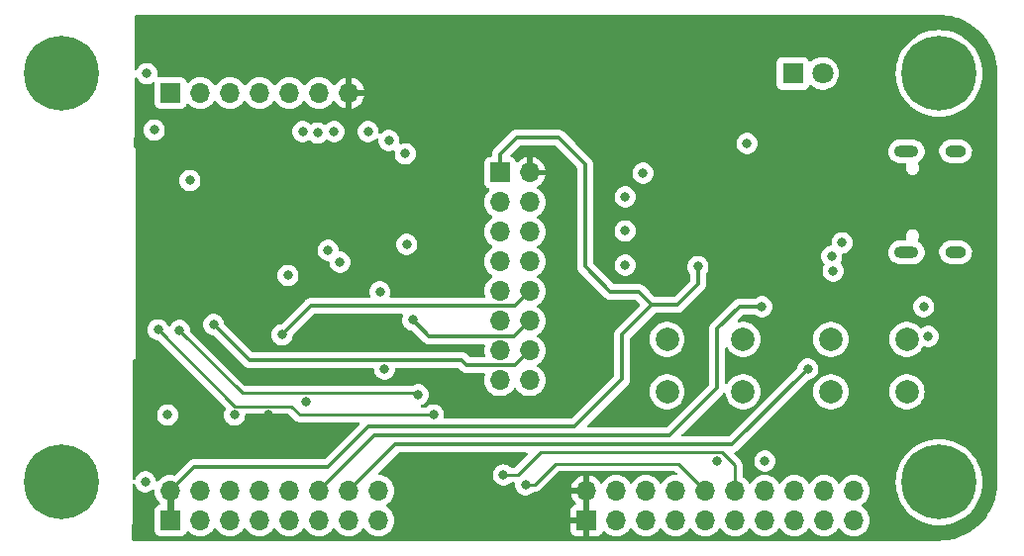
<source format=gbr>
%TF.GenerationSoftware,KiCad,Pcbnew,7.0.7*%
%TF.CreationDate,2024-01-15T23:48:35+01:00*%
%TF.ProjectId,FlipperZeroESP32,466c6970-7065-4725-9a65-726f45535033,rev?*%
%TF.SameCoordinates,Original*%
%TF.FileFunction,Copper,L3,Inr*%
%TF.FilePolarity,Positive*%
%FSLAX46Y46*%
G04 Gerber Fmt 4.6, Leading zero omitted, Abs format (unit mm)*
G04 Created by KiCad (PCBNEW 7.0.7) date 2024-01-15 23:48:35*
%MOMM*%
%LPD*%
G01*
G04 APERTURE LIST*
%TA.AperFunction,ComponentPad*%
%ADD10R,1.700000X1.700000*%
%TD*%
%TA.AperFunction,ComponentPad*%
%ADD11O,1.700000X1.700000*%
%TD*%
%TA.AperFunction,ComponentPad*%
%ADD12C,0.800000*%
%TD*%
%TA.AperFunction,ComponentPad*%
%ADD13C,6.400000*%
%TD*%
%TA.AperFunction,ComponentPad*%
%ADD14C,2.000000*%
%TD*%
%TA.AperFunction,ComponentPad*%
%ADD15O,2.100000X1.000000*%
%TD*%
%TA.AperFunction,ComponentPad*%
%ADD16O,1.800000X1.000000*%
%TD*%
%TA.AperFunction,ComponentPad*%
%ADD17R,1.800000X1.800000*%
%TD*%
%TA.AperFunction,ComponentPad*%
%ADD18C,1.800000*%
%TD*%
%TA.AperFunction,ViaPad*%
%ADD19C,0.800000*%
%TD*%
%TA.AperFunction,Conductor*%
%ADD20C,0.250000*%
%TD*%
%TA.AperFunction,Conductor*%
%ADD21C,0.350000*%
%TD*%
%TA.AperFunction,Conductor*%
%ADD22C,0.600000*%
%TD*%
G04 APERTURE END LIST*
D10*
%TO.N,+3V3*%
%TO.C,J2*%
X149860000Y-143275000D03*
D11*
X149860000Y-140735000D03*
%TO.N,IO1*%
X152400000Y-143275000D03*
X152400000Y-140735000D03*
%TO.N,GND*%
X154940000Y-143275000D03*
X154940000Y-140735000D03*
%TO.N,IO2*%
X157480000Y-143275000D03*
X157480000Y-140735000D03*
%TO.N,RXD0*%
X160020000Y-143275000D03*
X160020000Y-140735000D03*
%TO.N,TXD0*%
X162560000Y-143275000D03*
X162560000Y-140735000D03*
%TO.N,IO18*%
X165100000Y-143275000D03*
X165100000Y-140735000D03*
%TO.N,IO17*%
X167640000Y-143275000D03*
X167640000Y-140735000D03*
%TO.N,GND*%
X170180000Y-143275000D03*
X170180000Y-140735000D03*
X172720000Y-143275000D03*
X172720000Y-140735000D03*
%TD*%
D12*
%TO.N,GND*%
%TO.C,H1*%
X102600000Y-105000000D03*
X103302944Y-103302944D03*
X103302944Y-106697056D03*
X105000000Y-102600000D03*
D13*
X105000000Y-105000000D03*
D12*
X105000000Y-107400000D03*
X106697056Y-103302944D03*
X106697056Y-106697056D03*
X107400000Y-105000000D03*
%TD*%
D10*
%TO.N,+5V*%
%TO.C,J4*%
X142460000Y-113500000D03*
D11*
%TO.N,+3V3*%
X145000000Y-113500000D03*
%TO.N,IO37*%
X142460000Y-116040000D03*
%TO.N,IO36*%
X145000000Y-116040000D03*
%TO.N,IO35*%
X142460000Y-118580000D03*
%TO.N,GND*%
X145000000Y-118580000D03*
X142460000Y-121120000D03*
%TO.N,IO21*%
X145000000Y-121120000D03*
%TO.N,IO16*%
X142460000Y-123660000D03*
%TO.N,IO15*%
X145000000Y-123660000D03*
%TO.N,IO14*%
X142460000Y-126200000D03*
%TO.N,IO9*%
X145000000Y-126200000D03*
%TO.N,IO8*%
X142460000Y-128740000D03*
%TO.N,IO7*%
X145000000Y-128740000D03*
%TO.N,GND*%
X142460000Y-131280000D03*
X145000000Y-131280000D03*
%TD*%
D14*
%TO.N,IO0*%
%TO.C,SW2*%
X170750000Y-127750000D03*
X177250000Y-127750000D03*
%TO.N,GND*%
X170750000Y-132250000D03*
X177250000Y-132250000D03*
%TD*%
%TO.N,RST*%
%TO.C,SW1*%
X156750000Y-127750000D03*
X163250000Y-127750000D03*
%TO.N,GND*%
X156750000Y-132250000D03*
X163250000Y-132250000D03*
%TD*%
D12*
%TO.N,GND*%
%TO.C,H2*%
X177600000Y-105000000D03*
X178302944Y-103302944D03*
X178302944Y-106697056D03*
X180000000Y-102600000D03*
D13*
X180000000Y-105000000D03*
D12*
X180000000Y-107400000D03*
X181697056Y-103302944D03*
X181697056Y-106697056D03*
X182400000Y-105000000D03*
%TD*%
%TO.N,GND*%
%TO.C,H4*%
X177600000Y-140000000D03*
X178302944Y-138302944D03*
X178302944Y-141697056D03*
X180000000Y-137600000D03*
D13*
X180000000Y-140000000D03*
D12*
X180000000Y-142400000D03*
X181697056Y-138302944D03*
X181697056Y-141697056D03*
X182400000Y-140000000D03*
%TD*%
%TO.N,GND*%
%TO.C,H3*%
X102600000Y-140000000D03*
X103302944Y-138302944D03*
X103302944Y-141697056D03*
X105000000Y-137600000D03*
D13*
X105000000Y-140000000D03*
D12*
X105000000Y-142400000D03*
X106697056Y-138302944D03*
X106697056Y-141697056D03*
X107400000Y-140000000D03*
%TD*%
D15*
%TO.N,GND*%
%TO.C,J3*%
X177215000Y-120320000D03*
D16*
X181415000Y-120320000D03*
D15*
X177215000Y-111680000D03*
D16*
X181415000Y-111680000D03*
%TD*%
D10*
%TO.N,GND*%
%TO.C,J5*%
X114300000Y-106680000D03*
D11*
%TO.N,TMS*%
X116840000Y-106680000D03*
%TO.N,TDI*%
X119380000Y-106680000D03*
%TO.N,TDO*%
X121920000Y-106680000D03*
%TO.N,TCK*%
X124460000Y-106680000D03*
%TO.N,RST*%
X127000000Y-106680000D03*
%TO.N,+3V3*%
X129540000Y-106680000D03*
%TD*%
D10*
%TO.N,+5V*%
%TO.C,J1*%
X114300000Y-143275000D03*
D11*
X114300000Y-140735000D03*
%TO.N,IO11*%
X116840000Y-143275000D03*
X116840000Y-140735000D03*
%TO.N,IO13*%
X119380000Y-143275000D03*
X119380000Y-140735000D03*
%TO.N,IO12*%
X121920000Y-143275000D03*
X121920000Y-140735000D03*
%TO.N,IO10*%
X124460000Y-143275000D03*
X124460000Y-140735000D03*
%TO.N,RTS*%
X127000000Y-143275000D03*
X127000000Y-140735000D03*
%TO.N,DTR*%
X129540000Y-143275000D03*
X129540000Y-140735000D03*
%TO.N,GND*%
X132080000Y-143275000D03*
X132080000Y-140735000D03*
%TD*%
D17*
%TO.N,GND*%
%TO.C,D1*%
X167500000Y-105000000D03*
D18*
%TO.N,Net-(D1-A)*%
X170040000Y-105000000D03*
%TD*%
D19*
%TO.N,GND*%
X112268000Y-105029000D03*
X112141000Y-139954000D03*
%TO.N,TXD0*%
X142748000Y-139373500D03*
%TO.N,RXD0*%
X144653000Y-140208000D03*
%TO.N,TXD0*%
X136779000Y-134225845D03*
%TO.N,RXD0*%
X135469345Y-132500655D03*
X115062000Y-127000000D03*
%TO.N,TXD0*%
X113220500Y-126936500D03*
%TO.N,+3V3*%
X158877000Y-118237000D03*
X158623000Y-113665000D03*
X158750000Y-103251000D03*
X171069000Y-118110000D03*
X122682000Y-134239000D03*
X132969000Y-104521000D03*
X157099000Y-103251000D03*
X173990000Y-107950000D03*
X162179000Y-121920000D03*
X169545000Y-110998000D03*
X117094000Y-134239000D03*
X155321000Y-103251000D03*
%TO.N,GND*%
X112903000Y-109855000D03*
X163576000Y-110998000D03*
X153162000Y-115570000D03*
X114046000Y-134239000D03*
X153162000Y-121412000D03*
X170942000Y-121920000D03*
X153162000Y-118491000D03*
X154686000Y-113538000D03*
%TO.N,+5V*%
X159385000Y-121539000D03*
%TO.N,RST*%
X119761000Y-134239000D03*
%TO.N,IO0*%
X132969000Y-110744000D03*
%TO.N,IO11*%
X124333000Y-122301000D03*
%TO.N,IO13*%
X127762000Y-120142000D03*
%TO.N,IO12*%
X128778000Y-121158000D03*
%TO.N,IO10*%
X132194500Y-123698000D03*
%TO.N,RTS*%
X178689000Y-124968000D03*
X164846000Y-124968000D03*
%TO.N,DTR*%
X168783000Y-130302000D03*
X179070000Y-127508000D03*
%TO.N,IO2*%
X115951000Y-114173000D03*
%TO.N,RXD0*%
X170815000Y-120650000D03*
%TO.N,TXD0*%
X171704000Y-119507000D03*
%TO.N,IO17*%
X165100000Y-138176000D03*
X161036000Y-138176000D03*
%TO.N,IO37*%
X134366000Y-111887000D03*
X125603000Y-109982000D03*
%TO.N,IO36*%
X126873000Y-110109000D03*
%TO.N,IO35*%
X131191000Y-109982000D03*
X128270000Y-109982000D03*
%TO.N,IO16*%
X132588000Y-130302000D03*
X125857000Y-133096000D03*
%TO.N,IO15*%
X123825000Y-127381000D03*
%TO.N,IO14*%
X134493000Y-119634000D03*
%TO.N,IO9*%
X135001000Y-126111000D03*
%TO.N,IO7*%
X117983000Y-126492000D03*
%TD*%
D20*
%TO.N,RXD0*%
X147193000Y-138430000D02*
X157715000Y-138430000D01*
X157715000Y-138430000D02*
X160020000Y-140735000D01*
X145415000Y-140208000D02*
X147193000Y-138430000D01*
X144653000Y-140208000D02*
X145415000Y-140208000D01*
%TO.N,TXD0*%
X162560000Y-138557000D02*
X162560000Y-140735000D01*
X161417000Y-137414000D02*
X162560000Y-138557000D01*
X145923000Y-137414000D02*
X161417000Y-137414000D01*
X143963500Y-139373500D02*
X145923000Y-137414000D01*
X142748000Y-139373500D02*
X143963500Y-139373500D01*
D21*
%TO.N,DTR*%
X162306000Y-136779000D02*
X168783000Y-130302000D01*
X133496000Y-136779000D02*
X162306000Y-136779000D01*
X129540000Y-140735000D02*
X133496000Y-136779000D01*
%TO.N,RTS*%
X161036000Y-126873000D02*
X162941000Y-124968000D01*
X162941000Y-124968000D02*
X164846000Y-124968000D01*
X161036000Y-131908544D02*
X161036000Y-126873000D01*
X156927544Y-136017000D02*
X161036000Y-131908544D01*
X131718000Y-136017000D02*
X156927544Y-136017000D01*
X127000000Y-140735000D02*
X131718000Y-136017000D01*
%TO.N,+5V*%
X116351000Y-138684000D02*
X114300000Y-140735000D01*
X127762000Y-138684000D02*
X116351000Y-138684000D01*
X152908000Y-127381000D02*
X152908000Y-131191000D01*
X152908000Y-131191000D02*
X148844000Y-135255000D01*
X131191000Y-135255000D02*
X127762000Y-138684000D01*
X155448000Y-124841000D02*
X152908000Y-127381000D01*
X148844000Y-135255000D02*
X131191000Y-135255000D01*
D20*
%TO.N,TXD0*%
X119798000Y-133514000D02*
X113220500Y-126936500D01*
X124624000Y-133514000D02*
X119798000Y-133514000D01*
X125335845Y-134225845D02*
X124624000Y-133514000D01*
X136779000Y-134225845D02*
X125335845Y-134225845D01*
%TO.N,RXD0*%
X120433000Y-132371000D02*
X115062000Y-127000000D01*
X135469345Y-132500655D02*
X135339690Y-132371000D01*
X135339690Y-132371000D02*
X120433000Y-132371000D01*
D21*
%TO.N,+5V*%
X147447000Y-110490000D02*
X143891000Y-110490000D01*
X149733000Y-112776000D02*
X147447000Y-110490000D01*
X151892000Y-123698000D02*
X149733000Y-121539000D01*
X159385000Y-121539000D02*
X159385000Y-123063000D01*
X159385000Y-123063000D02*
X157607000Y-124841000D01*
D22*
X114300000Y-143275000D02*
X114300000Y-140735000D01*
D21*
X149733000Y-121539000D02*
X149733000Y-112776000D01*
X154305000Y-123698000D02*
X151892000Y-123698000D01*
X143891000Y-110490000D02*
X142460000Y-111921000D01*
X142460000Y-111921000D02*
X142460000Y-113500000D01*
X157607000Y-124841000D02*
X155448000Y-124841000D01*
X155448000Y-124841000D02*
X154305000Y-123698000D01*
%TO.N,IO15*%
X145000000Y-123660000D02*
X143775000Y-124885000D01*
X143775000Y-124885000D02*
X126321000Y-124885000D01*
X126321000Y-124885000D02*
X123825000Y-127381000D01*
%TO.N,IO9*%
X143692000Y-127508000D02*
X136398000Y-127508000D01*
X136398000Y-127508000D02*
X135001000Y-126111000D01*
X145000000Y-126200000D02*
X143692000Y-127508000D01*
%TO.N,IO7*%
X143775000Y-129965000D02*
X139617000Y-129965000D01*
X121018000Y-129527000D02*
X117983000Y-126492000D01*
X139617000Y-129965000D02*
X139179000Y-129527000D01*
X139179000Y-129527000D02*
X121018000Y-129527000D01*
X145000000Y-128740000D02*
X143775000Y-129965000D01*
%TD*%
%TA.AperFunction,Conductor*%
%TO.N,+3V3*%
G36*
X180217318Y-100009488D02*
G01*
X180415934Y-100018160D01*
X180420865Y-100018574D01*
X180636792Y-100045489D01*
X180832940Y-100071313D01*
X180837265Y-100071883D01*
X180841894Y-100072671D01*
X181054183Y-100117183D01*
X181252534Y-100161157D01*
X181256778Y-100162257D01*
X181464544Y-100224112D01*
X181658658Y-100285317D01*
X181662530Y-100286680D01*
X181864457Y-100365472D01*
X182052817Y-100443494D01*
X182056252Y-100445045D01*
X182131343Y-100481755D01*
X182250992Y-100540249D01*
X182388629Y-100611897D01*
X182432009Y-100634479D01*
X182435107Y-100636207D01*
X182621382Y-100747202D01*
X182793662Y-100856957D01*
X182796377Y-100858789D01*
X182972918Y-100984837D01*
X183135098Y-101109282D01*
X183137426Y-101111159D01*
X183303055Y-101251439D01*
X183454895Y-101390574D01*
X183609424Y-101545103D01*
X183673278Y-101614787D01*
X183748557Y-101696940D01*
X183888839Y-101862572D01*
X183890716Y-101864900D01*
X184015162Y-102027081D01*
X184141209Y-102203621D01*
X184143040Y-102206335D01*
X184252797Y-102378617D01*
X184363791Y-102564891D01*
X184365525Y-102568000D01*
X184459750Y-102749007D01*
X184495395Y-102821917D01*
X184554953Y-102943744D01*
X184556524Y-102947229D01*
X184634536Y-103135566D01*
X184713309Y-103337445D01*
X184714681Y-103341340D01*
X184775899Y-103535496D01*
X184837735Y-103743200D01*
X184838843Y-103747472D01*
X184882818Y-103945826D01*
X184927326Y-104158101D01*
X184928115Y-104162733D01*
X184954524Y-104363319D01*
X184981422Y-104579114D01*
X184981839Y-104584080D01*
X184990513Y-104782728D01*
X184999500Y-105000000D01*
X184999500Y-140000000D01*
X184990513Y-140217271D01*
X184981839Y-140415918D01*
X184981422Y-140420884D01*
X184954524Y-140636680D01*
X184928115Y-140837265D01*
X184927326Y-140841897D01*
X184882818Y-141054173D01*
X184838843Y-141252526D01*
X184837735Y-141256798D01*
X184775899Y-141464503D01*
X184714681Y-141658658D01*
X184713309Y-141662552D01*
X184634536Y-141864433D01*
X184556524Y-142052769D01*
X184554944Y-142056274D01*
X184459750Y-142250992D01*
X184365525Y-142431998D01*
X184363791Y-142435107D01*
X184252797Y-142621382D01*
X184143040Y-142793663D01*
X184141209Y-142796377D01*
X184015162Y-142972918D01*
X183890716Y-143135099D01*
X183888839Y-143137426D01*
X183748557Y-143303059D01*
X183609426Y-143454895D01*
X183454895Y-143609426D01*
X183303059Y-143748557D01*
X183137426Y-143888839D01*
X183135099Y-143890716D01*
X182972918Y-144015162D01*
X182796377Y-144141209D01*
X182793663Y-144143040D01*
X182621382Y-144252797D01*
X182435107Y-144363791D01*
X182431998Y-144365525D01*
X182250992Y-144459750D01*
X182056274Y-144554944D01*
X182052769Y-144556524D01*
X181864433Y-144634536D01*
X181662552Y-144713309D01*
X181658658Y-144714681D01*
X181464503Y-144775899D01*
X181256798Y-144837735D01*
X181252526Y-144838843D01*
X181054173Y-144882818D01*
X180841897Y-144927326D01*
X180837265Y-144928115D01*
X180636680Y-144954524D01*
X180420884Y-144981422D01*
X180415918Y-144981839D01*
X180217271Y-144990513D01*
X180000000Y-144999500D01*
X111130975Y-144999500D01*
X111063936Y-144979815D01*
X111018181Y-144927011D01*
X111006977Y-144874839D01*
X111020245Y-142386930D01*
X111031715Y-140236289D01*
X111051757Y-140169357D01*
X111104804Y-140123885D01*
X111174014Y-140114310D01*
X111237414Y-140143673D01*
X111273644Y-140198634D01*
X111313818Y-140322277D01*
X111313821Y-140322284D01*
X111408467Y-140486216D01*
X111425097Y-140504685D01*
X111535129Y-140626888D01*
X111688265Y-140738148D01*
X111688270Y-140738151D01*
X111861192Y-140815142D01*
X111861197Y-140815144D01*
X112046354Y-140854500D01*
X112046355Y-140854500D01*
X112235644Y-140854500D01*
X112235646Y-140854500D01*
X112420803Y-140815144D01*
X112593730Y-140738151D01*
X112746871Y-140626888D01*
X112746874Y-140626884D01*
X112747717Y-140626272D01*
X112813524Y-140602792D01*
X112881578Y-140618617D01*
X112930273Y-140668723D01*
X112942605Y-140729586D01*
X112944341Y-140729586D01*
X112944341Y-140735000D01*
X112964936Y-140970403D01*
X112964938Y-140970413D01*
X113026094Y-141198655D01*
X113026096Y-141198659D01*
X113026097Y-141198663D01*
X113095408Y-141347301D01*
X113125965Y-141412830D01*
X113125967Y-141412834D01*
X113234281Y-141567521D01*
X113261504Y-141606400D01*
X113261506Y-141606402D01*
X113383430Y-141728326D01*
X113416915Y-141789649D01*
X113411931Y-141859341D01*
X113370059Y-141915274D01*
X113339083Y-141932189D01*
X113207669Y-141981203D01*
X113207664Y-141981206D01*
X113092455Y-142067452D01*
X113092452Y-142067455D01*
X113006206Y-142182664D01*
X113006202Y-142182671D01*
X112955908Y-142317517D01*
X112949501Y-142377116D01*
X112949500Y-142377135D01*
X112949500Y-144172870D01*
X112949501Y-144172876D01*
X112955908Y-144232483D01*
X113006202Y-144367328D01*
X113006206Y-144367335D01*
X113092452Y-144482544D01*
X113092455Y-144482547D01*
X113207664Y-144568793D01*
X113207671Y-144568797D01*
X113342517Y-144619091D01*
X113342516Y-144619091D01*
X113349444Y-144619835D01*
X113402127Y-144625500D01*
X115197872Y-144625499D01*
X115257483Y-144619091D01*
X115392331Y-144568796D01*
X115507546Y-144482546D01*
X115593796Y-144367331D01*
X115642810Y-144235916D01*
X115684681Y-144179984D01*
X115750145Y-144155566D01*
X115818418Y-144170417D01*
X115846672Y-144191569D01*
X115968599Y-144313495D01*
X116065384Y-144381264D01*
X116162165Y-144449032D01*
X116162167Y-144449033D01*
X116162170Y-144449035D01*
X116376337Y-144548903D01*
X116376343Y-144548904D01*
X116376344Y-144548905D01*
X116404779Y-144556524D01*
X116604592Y-144610063D01*
X116781034Y-144625500D01*
X116839999Y-144630659D01*
X116840000Y-144630659D01*
X116840001Y-144630659D01*
X116898966Y-144625500D01*
X117075408Y-144610063D01*
X117303663Y-144548903D01*
X117517830Y-144449035D01*
X117711401Y-144313495D01*
X117878495Y-144146401D01*
X118008426Y-143960840D01*
X118063001Y-143917217D01*
X118132499Y-143910023D01*
X118194854Y-143941546D01*
X118211574Y-143960841D01*
X118341505Y-144146401D01*
X118508599Y-144313495D01*
X118605384Y-144381264D01*
X118702165Y-144449032D01*
X118702167Y-144449033D01*
X118702170Y-144449035D01*
X118916337Y-144548903D01*
X118916343Y-144548904D01*
X118916344Y-144548905D01*
X118944779Y-144556524D01*
X119144592Y-144610063D01*
X119321034Y-144625500D01*
X119379999Y-144630659D01*
X119380000Y-144630659D01*
X119380001Y-144630659D01*
X119438966Y-144625500D01*
X119615408Y-144610063D01*
X119843663Y-144548903D01*
X120057830Y-144449035D01*
X120251401Y-144313495D01*
X120418495Y-144146401D01*
X120548426Y-143960841D01*
X120603002Y-143917217D01*
X120672500Y-143910023D01*
X120734855Y-143941546D01*
X120751575Y-143960842D01*
X120881500Y-144146395D01*
X120881505Y-144146401D01*
X121048599Y-144313495D01*
X121145384Y-144381264D01*
X121242165Y-144449032D01*
X121242167Y-144449033D01*
X121242170Y-144449035D01*
X121456337Y-144548903D01*
X121456343Y-144548904D01*
X121456344Y-144548905D01*
X121484779Y-144556524D01*
X121684592Y-144610063D01*
X121861034Y-144625500D01*
X121919999Y-144630659D01*
X121920000Y-144630659D01*
X121920001Y-144630659D01*
X121978966Y-144625500D01*
X122155408Y-144610063D01*
X122383663Y-144548903D01*
X122597830Y-144449035D01*
X122791401Y-144313495D01*
X122958495Y-144146401D01*
X123088426Y-143960840D01*
X123143001Y-143917217D01*
X123212499Y-143910023D01*
X123274854Y-143941546D01*
X123291574Y-143960841D01*
X123421505Y-144146401D01*
X123588599Y-144313495D01*
X123685384Y-144381264D01*
X123782165Y-144449032D01*
X123782167Y-144449033D01*
X123782170Y-144449035D01*
X123996337Y-144548903D01*
X123996343Y-144548904D01*
X123996344Y-144548905D01*
X124024779Y-144556524D01*
X124224592Y-144610063D01*
X124401034Y-144625500D01*
X124459999Y-144630659D01*
X124460000Y-144630659D01*
X124460001Y-144630659D01*
X124518966Y-144625500D01*
X124695408Y-144610063D01*
X124923663Y-144548903D01*
X125137830Y-144449035D01*
X125331401Y-144313495D01*
X125498495Y-144146401D01*
X125628426Y-143960841D01*
X125683002Y-143917217D01*
X125752500Y-143910023D01*
X125814855Y-143941546D01*
X125831575Y-143960842D01*
X125961500Y-144146395D01*
X125961505Y-144146401D01*
X126128599Y-144313495D01*
X126225384Y-144381264D01*
X126322165Y-144449032D01*
X126322167Y-144449033D01*
X126322170Y-144449035D01*
X126536337Y-144548903D01*
X126536343Y-144548904D01*
X126536344Y-144548905D01*
X126564779Y-144556524D01*
X126764592Y-144610063D01*
X126941034Y-144625500D01*
X126999999Y-144630659D01*
X127000000Y-144630659D01*
X127000001Y-144630659D01*
X127058966Y-144625500D01*
X127235408Y-144610063D01*
X127463663Y-144548903D01*
X127677830Y-144449035D01*
X127871401Y-144313495D01*
X128038495Y-144146401D01*
X128168426Y-143960840D01*
X128223001Y-143917217D01*
X128292499Y-143910023D01*
X128354854Y-143941546D01*
X128371574Y-143960841D01*
X128501505Y-144146401D01*
X128668599Y-144313495D01*
X128765384Y-144381264D01*
X128862165Y-144449032D01*
X128862167Y-144449033D01*
X128862170Y-144449035D01*
X129076337Y-144548903D01*
X129076343Y-144548904D01*
X129076344Y-144548905D01*
X129104779Y-144556524D01*
X129304592Y-144610063D01*
X129481034Y-144625500D01*
X129539999Y-144630659D01*
X129540000Y-144630659D01*
X129540001Y-144630659D01*
X129598966Y-144625500D01*
X129775408Y-144610063D01*
X130003663Y-144548903D01*
X130217830Y-144449035D01*
X130411401Y-144313495D01*
X130578495Y-144146401D01*
X130708426Y-143960841D01*
X130763002Y-143917217D01*
X130832500Y-143910023D01*
X130894855Y-143941546D01*
X130911575Y-143960842D01*
X131041500Y-144146395D01*
X131041505Y-144146401D01*
X131208599Y-144313495D01*
X131305384Y-144381264D01*
X131402165Y-144449032D01*
X131402167Y-144449033D01*
X131402170Y-144449035D01*
X131616337Y-144548903D01*
X131616343Y-144548904D01*
X131616344Y-144548905D01*
X131644779Y-144556524D01*
X131844592Y-144610063D01*
X132021034Y-144625500D01*
X132079999Y-144630659D01*
X132080000Y-144630659D01*
X132080001Y-144630659D01*
X132138966Y-144625500D01*
X132315408Y-144610063D01*
X132543663Y-144548903D01*
X132757830Y-144449035D01*
X132951401Y-144313495D01*
X133118495Y-144146401D01*
X133254035Y-143952830D01*
X133353903Y-143738663D01*
X133415063Y-143510408D01*
X133435659Y-143275000D01*
X133415063Y-143039592D01*
X133353903Y-142811337D01*
X133254035Y-142597171D01*
X133248425Y-142589158D01*
X133118494Y-142403597D01*
X132951402Y-142236506D01*
X132951396Y-142236501D01*
X132765842Y-142106575D01*
X132722217Y-142051998D01*
X132715023Y-141982500D01*
X132746546Y-141920145D01*
X132765842Y-141903425D01*
X132838152Y-141852793D01*
X132951401Y-141773495D01*
X133118495Y-141606401D01*
X133254035Y-141412830D01*
X133353903Y-141198663D01*
X133415063Y-140970408D01*
X133435659Y-140735000D01*
X133415063Y-140499592D01*
X133353903Y-140271337D01*
X133254035Y-140057171D01*
X133248731Y-140049595D01*
X133118494Y-139863597D01*
X132951402Y-139696506D01*
X132951395Y-139696501D01*
X132757834Y-139560967D01*
X132757830Y-139560965D01*
X132692493Y-139530498D01*
X132543663Y-139461097D01*
X132543659Y-139461096D01*
X132543655Y-139461094D01*
X132315413Y-139399938D01*
X132315403Y-139399936D01*
X132134291Y-139384090D01*
X132069222Y-139358637D01*
X132028244Y-139302046D01*
X132024366Y-139232284D01*
X132057416Y-139172883D01*
X133739481Y-137490819D01*
X133800805Y-137457334D01*
X133827163Y-137454500D01*
X144698547Y-137454500D01*
X144765586Y-137474185D01*
X144811341Y-137526989D01*
X144821285Y-137596147D01*
X144792260Y-137659703D01*
X144786228Y-137666181D01*
X143740728Y-138711681D01*
X143679405Y-138745166D01*
X143653047Y-138748000D01*
X143451748Y-138748000D01*
X143384709Y-138728315D01*
X143359600Y-138706974D01*
X143353873Y-138700614D01*
X143353869Y-138700610D01*
X143200734Y-138589351D01*
X143200729Y-138589348D01*
X143027807Y-138512357D01*
X143027802Y-138512355D01*
X142882000Y-138481365D01*
X142842646Y-138473000D01*
X142653354Y-138473000D01*
X142620897Y-138479898D01*
X142468197Y-138512355D01*
X142468192Y-138512357D01*
X142295270Y-138589348D01*
X142295265Y-138589351D01*
X142142129Y-138700611D01*
X142015466Y-138841285D01*
X141920821Y-139005215D01*
X141920818Y-139005222D01*
X141866343Y-139172881D01*
X141862326Y-139185244D01*
X141842540Y-139373500D01*
X141862326Y-139561756D01*
X141862327Y-139561759D01*
X141920818Y-139741777D01*
X141920821Y-139741784D01*
X142015467Y-139905716D01*
X142117185Y-140018685D01*
X142142129Y-140046388D01*
X142295265Y-140157648D01*
X142295270Y-140157651D01*
X142468192Y-140234642D01*
X142468197Y-140234644D01*
X142653354Y-140274000D01*
X142653355Y-140274000D01*
X142842644Y-140274000D01*
X142842646Y-140274000D01*
X143027803Y-140234644D01*
X143200730Y-140157651D01*
X143353871Y-140046388D01*
X143356788Y-140043147D01*
X143359600Y-140040026D01*
X143419087Y-140003379D01*
X143451748Y-139999000D01*
X143631791Y-139999000D01*
X143698830Y-140018685D01*
X143744585Y-140071489D01*
X143755111Y-140135959D01*
X143747540Y-140208000D01*
X143767326Y-140396256D01*
X143767327Y-140396259D01*
X143825818Y-140576277D01*
X143825821Y-140576284D01*
X143920467Y-140740216D01*
X144003265Y-140832172D01*
X144047129Y-140880888D01*
X144200265Y-140992148D01*
X144200270Y-140992151D01*
X144373192Y-141069142D01*
X144373197Y-141069144D01*
X144558354Y-141108500D01*
X144558355Y-141108500D01*
X144747644Y-141108500D01*
X144747646Y-141108500D01*
X144932803Y-141069144D01*
X145105730Y-140992151D01*
X145258871Y-140880888D01*
X145262555Y-140876795D01*
X145322036Y-140840146D01*
X145350814Y-140835825D01*
X145355665Y-140835672D01*
X145355667Y-140835673D01*
X145424814Y-140833500D01*
X145454350Y-140833500D01*
X145461228Y-140832630D01*
X145467041Y-140832172D01*
X145513627Y-140830709D01*
X145532869Y-140825117D01*
X145551912Y-140821174D01*
X145571792Y-140818664D01*
X145615122Y-140801507D01*
X145620646Y-140799617D01*
X145624396Y-140798527D01*
X145665390Y-140786618D01*
X145682629Y-140776422D01*
X145700103Y-140767862D01*
X145718727Y-140760488D01*
X145718727Y-140760487D01*
X145718732Y-140760486D01*
X145756449Y-140733082D01*
X145761305Y-140729892D01*
X145801420Y-140706170D01*
X145815589Y-140691999D01*
X145830379Y-140679368D01*
X145846587Y-140667594D01*
X145876299Y-140631676D01*
X145880212Y-140627376D01*
X147415770Y-139091819D01*
X147477094Y-139058334D01*
X147503452Y-139055500D01*
X157404548Y-139055500D01*
X157471587Y-139075185D01*
X157492229Y-139091819D01*
X157568070Y-139167660D01*
X157601555Y-139228983D01*
X157596571Y-139298675D01*
X157554699Y-139354608D01*
X157489235Y-139379025D01*
X157480389Y-139379341D01*
X157479999Y-139379341D01*
X157244596Y-139399936D01*
X157244586Y-139399938D01*
X157016344Y-139461094D01*
X157016335Y-139461098D01*
X156802171Y-139560964D01*
X156802169Y-139560965D01*
X156608597Y-139696505D01*
X156441505Y-139863597D01*
X156311575Y-140049158D01*
X156256998Y-140092783D01*
X156187500Y-140099977D01*
X156125145Y-140068454D01*
X156108425Y-140049158D01*
X155978494Y-139863597D01*
X155811402Y-139696506D01*
X155811395Y-139696501D01*
X155617834Y-139560967D01*
X155617830Y-139560965D01*
X155552493Y-139530498D01*
X155403663Y-139461097D01*
X155403659Y-139461096D01*
X155403655Y-139461094D01*
X155175413Y-139399938D01*
X155175403Y-139399936D01*
X154940001Y-139379341D01*
X154939999Y-139379341D01*
X154704596Y-139399936D01*
X154704586Y-139399938D01*
X154476344Y-139461094D01*
X154476335Y-139461098D01*
X154262171Y-139560964D01*
X154262169Y-139560965D01*
X154068597Y-139696505D01*
X153901508Y-139863594D01*
X153771574Y-140049160D01*
X153716997Y-140092784D01*
X153647498Y-140099977D01*
X153585144Y-140068455D01*
X153568429Y-140049164D01*
X153438495Y-139863599D01*
X153438493Y-139863596D01*
X153271402Y-139696506D01*
X153271395Y-139696501D01*
X153077834Y-139560967D01*
X153077830Y-139560965D01*
X153012493Y-139530498D01*
X152863663Y-139461097D01*
X152863659Y-139461096D01*
X152863655Y-139461094D01*
X152635413Y-139399938D01*
X152635403Y-139399936D01*
X152400001Y-139379341D01*
X152399999Y-139379341D01*
X152164596Y-139399936D01*
X152164586Y-139399938D01*
X151936344Y-139461094D01*
X151936335Y-139461098D01*
X151722171Y-139560964D01*
X151722169Y-139560965D01*
X151528597Y-139696505D01*
X151361508Y-139863594D01*
X151231269Y-140049595D01*
X151176692Y-140093219D01*
X151107193Y-140100412D01*
X151044839Y-140068890D01*
X151028119Y-140049594D01*
X150898113Y-139863926D01*
X150898108Y-139863920D01*
X150731082Y-139696894D01*
X150537578Y-139561399D01*
X150323492Y-139461570D01*
X150323486Y-139461567D01*
X150110000Y-139404364D01*
X150110000Y-140122698D01*
X150090315Y-140189737D01*
X150037511Y-140235492D01*
X149968355Y-140245436D01*
X149895766Y-140235000D01*
X149895763Y-140235000D01*
X149824237Y-140235000D01*
X149824233Y-140235000D01*
X149751645Y-140245436D01*
X149682487Y-140235492D01*
X149629684Y-140189736D01*
X149610000Y-140122698D01*
X149610000Y-139404364D01*
X149609999Y-139404364D01*
X149396513Y-139461567D01*
X149396507Y-139461570D01*
X149182422Y-139561399D01*
X149182420Y-139561400D01*
X148988926Y-139696886D01*
X148988920Y-139696891D01*
X148821891Y-139863920D01*
X148821886Y-139863926D01*
X148686400Y-140057420D01*
X148686399Y-140057422D01*
X148586570Y-140271507D01*
X148586567Y-140271513D01*
X148529364Y-140484999D01*
X148529364Y-140485000D01*
X149246653Y-140485000D01*
X149313692Y-140504685D01*
X149359447Y-140557489D01*
X149369391Y-140626647D01*
X149365631Y-140643933D01*
X149360000Y-140663111D01*
X149360000Y-140806888D01*
X149365631Y-140826067D01*
X149365630Y-140895936D01*
X149327855Y-140954714D01*
X149264299Y-140983738D01*
X149246653Y-140985000D01*
X148529364Y-140985000D01*
X148586567Y-141198486D01*
X148586570Y-141198492D01*
X148686399Y-141412578D01*
X148821894Y-141606082D01*
X148944334Y-141728522D01*
X148977819Y-141789845D01*
X148972835Y-141859537D01*
X148930963Y-141915470D01*
X148899987Y-141932385D01*
X148767911Y-141981646D01*
X148767906Y-141981649D01*
X148652812Y-142067809D01*
X148652809Y-142067812D01*
X148566649Y-142182906D01*
X148566645Y-142182913D01*
X148516403Y-142317620D01*
X148516401Y-142317627D01*
X148510000Y-142377155D01*
X148510000Y-143025000D01*
X149246653Y-143025000D01*
X149313692Y-143044685D01*
X149359447Y-143097489D01*
X149369391Y-143166647D01*
X149365631Y-143183933D01*
X149360000Y-143203111D01*
X149360000Y-143346888D01*
X149365631Y-143366067D01*
X149365630Y-143435936D01*
X149327855Y-143494714D01*
X149264299Y-143523738D01*
X149246653Y-143525000D01*
X148510000Y-143525000D01*
X148510000Y-144172844D01*
X148516401Y-144232372D01*
X148516403Y-144232379D01*
X148566645Y-144367086D01*
X148566649Y-144367093D01*
X148652809Y-144482187D01*
X148652812Y-144482190D01*
X148767906Y-144568350D01*
X148767913Y-144568354D01*
X148902620Y-144618596D01*
X148902627Y-144618598D01*
X148962155Y-144624999D01*
X148962172Y-144625000D01*
X149610000Y-144625000D01*
X149610000Y-143887301D01*
X149629685Y-143820262D01*
X149682489Y-143774507D01*
X149751647Y-143764563D01*
X149824237Y-143775000D01*
X149824238Y-143775000D01*
X149895762Y-143775000D01*
X149895763Y-143775000D01*
X149968353Y-143764563D01*
X150037512Y-143774507D01*
X150090315Y-143820262D01*
X150110000Y-143887301D01*
X150110000Y-144625000D01*
X150757828Y-144625000D01*
X150757844Y-144624999D01*
X150817372Y-144618598D01*
X150817379Y-144618596D01*
X150952086Y-144568354D01*
X150952093Y-144568350D01*
X151067187Y-144482190D01*
X151067190Y-144482187D01*
X151153350Y-144367093D01*
X151153354Y-144367086D01*
X151202422Y-144235529D01*
X151244293Y-144179595D01*
X151309757Y-144155178D01*
X151378030Y-144170030D01*
X151406285Y-144191181D01*
X151528599Y-144313495D01*
X151625384Y-144381264D01*
X151722165Y-144449032D01*
X151722167Y-144449033D01*
X151722170Y-144449035D01*
X151936337Y-144548903D01*
X151936343Y-144548904D01*
X151936344Y-144548905D01*
X151964779Y-144556524D01*
X152164592Y-144610063D01*
X152341034Y-144625500D01*
X152399999Y-144630659D01*
X152400000Y-144630659D01*
X152400001Y-144630659D01*
X152458966Y-144625500D01*
X152635408Y-144610063D01*
X152863663Y-144548903D01*
X153077830Y-144449035D01*
X153271401Y-144313495D01*
X153438495Y-144146401D01*
X153568426Y-143960841D01*
X153623002Y-143917217D01*
X153692500Y-143910023D01*
X153754855Y-143941546D01*
X153771575Y-143960842D01*
X153901500Y-144146395D01*
X153901505Y-144146401D01*
X154068599Y-144313495D01*
X154165384Y-144381264D01*
X154262165Y-144449032D01*
X154262167Y-144449033D01*
X154262170Y-144449035D01*
X154476337Y-144548903D01*
X154476343Y-144548904D01*
X154476344Y-144548905D01*
X154504779Y-144556524D01*
X154704592Y-144610063D01*
X154881034Y-144625500D01*
X154939999Y-144630659D01*
X154940000Y-144630659D01*
X154940001Y-144630659D01*
X154998966Y-144625500D01*
X155175408Y-144610063D01*
X155403663Y-144548903D01*
X155617830Y-144449035D01*
X155811401Y-144313495D01*
X155978495Y-144146401D01*
X156108426Y-143960841D01*
X156163002Y-143917217D01*
X156232500Y-143910023D01*
X156294855Y-143941546D01*
X156311575Y-143960842D01*
X156441500Y-144146395D01*
X156441505Y-144146401D01*
X156608599Y-144313495D01*
X156705384Y-144381264D01*
X156802165Y-144449032D01*
X156802167Y-144449033D01*
X156802170Y-144449035D01*
X157016337Y-144548903D01*
X157016343Y-144548904D01*
X157016344Y-144548905D01*
X157044779Y-144556524D01*
X157244592Y-144610063D01*
X157421034Y-144625500D01*
X157479999Y-144630659D01*
X157480000Y-144630659D01*
X157480001Y-144630659D01*
X157538966Y-144625500D01*
X157715408Y-144610063D01*
X157943663Y-144548903D01*
X158157830Y-144449035D01*
X158351401Y-144313495D01*
X158518495Y-144146401D01*
X158648426Y-143960841D01*
X158703002Y-143917217D01*
X158772500Y-143910023D01*
X158834855Y-143941546D01*
X158851575Y-143960842D01*
X158981500Y-144146395D01*
X158981505Y-144146401D01*
X159148599Y-144313495D01*
X159245384Y-144381264D01*
X159342165Y-144449032D01*
X159342167Y-144449033D01*
X159342170Y-144449035D01*
X159556337Y-144548903D01*
X159556343Y-144548904D01*
X159556344Y-144548905D01*
X159584779Y-144556524D01*
X159784592Y-144610063D01*
X159961034Y-144625500D01*
X160019999Y-144630659D01*
X160020000Y-144630659D01*
X160020001Y-144630659D01*
X160078966Y-144625500D01*
X160255408Y-144610063D01*
X160483663Y-144548903D01*
X160697830Y-144449035D01*
X160891401Y-144313495D01*
X161058495Y-144146401D01*
X161188426Y-143960841D01*
X161243002Y-143917217D01*
X161312500Y-143910023D01*
X161374855Y-143941546D01*
X161391575Y-143960842D01*
X161521500Y-144146395D01*
X161521505Y-144146401D01*
X161688599Y-144313495D01*
X161785384Y-144381264D01*
X161882165Y-144449032D01*
X161882167Y-144449033D01*
X161882170Y-144449035D01*
X162096337Y-144548903D01*
X162096343Y-144548904D01*
X162096344Y-144548905D01*
X162124779Y-144556524D01*
X162324592Y-144610063D01*
X162501034Y-144625500D01*
X162559999Y-144630659D01*
X162560000Y-144630659D01*
X162560001Y-144630659D01*
X162618966Y-144625500D01*
X162795408Y-144610063D01*
X163023663Y-144548903D01*
X163237830Y-144449035D01*
X163431401Y-144313495D01*
X163598495Y-144146401D01*
X163728426Y-143960841D01*
X163783002Y-143917217D01*
X163852500Y-143910023D01*
X163914855Y-143941546D01*
X163931575Y-143960842D01*
X164061500Y-144146395D01*
X164061505Y-144146401D01*
X164228599Y-144313495D01*
X164325384Y-144381264D01*
X164422165Y-144449032D01*
X164422167Y-144449033D01*
X164422170Y-144449035D01*
X164636337Y-144548903D01*
X164636343Y-144548904D01*
X164636344Y-144548905D01*
X164664779Y-144556524D01*
X164864592Y-144610063D01*
X165041034Y-144625500D01*
X165099999Y-144630659D01*
X165100000Y-144630659D01*
X165100001Y-144630659D01*
X165158966Y-144625500D01*
X165335408Y-144610063D01*
X165563663Y-144548903D01*
X165777830Y-144449035D01*
X165971401Y-144313495D01*
X166138495Y-144146401D01*
X166268426Y-143960841D01*
X166323002Y-143917217D01*
X166392500Y-143910023D01*
X166454855Y-143941546D01*
X166471575Y-143960842D01*
X166601500Y-144146395D01*
X166601505Y-144146401D01*
X166768599Y-144313495D01*
X166865384Y-144381264D01*
X166962165Y-144449032D01*
X166962167Y-144449033D01*
X166962170Y-144449035D01*
X167176337Y-144548903D01*
X167176343Y-144548904D01*
X167176344Y-144548905D01*
X167204779Y-144556524D01*
X167404592Y-144610063D01*
X167581034Y-144625500D01*
X167639999Y-144630659D01*
X167640000Y-144630659D01*
X167640001Y-144630659D01*
X167698966Y-144625500D01*
X167875408Y-144610063D01*
X168103663Y-144548903D01*
X168317830Y-144449035D01*
X168511401Y-144313495D01*
X168678495Y-144146401D01*
X168808426Y-143960841D01*
X168863002Y-143917217D01*
X168932500Y-143910023D01*
X168994855Y-143941546D01*
X169011575Y-143960842D01*
X169141500Y-144146395D01*
X169141505Y-144146401D01*
X169308599Y-144313495D01*
X169405384Y-144381264D01*
X169502165Y-144449032D01*
X169502167Y-144449033D01*
X169502170Y-144449035D01*
X169716337Y-144548903D01*
X169716343Y-144548904D01*
X169716344Y-144548905D01*
X169744779Y-144556524D01*
X169944592Y-144610063D01*
X170121034Y-144625500D01*
X170179999Y-144630659D01*
X170180000Y-144630659D01*
X170180001Y-144630659D01*
X170238966Y-144625500D01*
X170415408Y-144610063D01*
X170643663Y-144548903D01*
X170857830Y-144449035D01*
X171051401Y-144313495D01*
X171218495Y-144146401D01*
X171348426Y-143960841D01*
X171403002Y-143917217D01*
X171472500Y-143910023D01*
X171534855Y-143941546D01*
X171551575Y-143960842D01*
X171681500Y-144146395D01*
X171681505Y-144146401D01*
X171848599Y-144313495D01*
X171945384Y-144381264D01*
X172042165Y-144449032D01*
X172042167Y-144449033D01*
X172042170Y-144449035D01*
X172256337Y-144548903D01*
X172256343Y-144548904D01*
X172256344Y-144548905D01*
X172284779Y-144556524D01*
X172484592Y-144610063D01*
X172661034Y-144625500D01*
X172719999Y-144630659D01*
X172720000Y-144630659D01*
X172720001Y-144630659D01*
X172778966Y-144625500D01*
X172955408Y-144610063D01*
X173183663Y-144548903D01*
X173397830Y-144449035D01*
X173591401Y-144313495D01*
X173758495Y-144146401D01*
X173894035Y-143952830D01*
X173993903Y-143738663D01*
X174055063Y-143510408D01*
X174075659Y-143275000D01*
X174055063Y-143039592D01*
X173993903Y-142811337D01*
X173894035Y-142597171D01*
X173888425Y-142589158D01*
X173758494Y-142403597D01*
X173591402Y-142236506D01*
X173591396Y-142236501D01*
X173405842Y-142106575D01*
X173362217Y-142051998D01*
X173355023Y-141982500D01*
X173386546Y-141920145D01*
X173405842Y-141903425D01*
X173478152Y-141852793D01*
X173591401Y-141773495D01*
X173758495Y-141606401D01*
X173894035Y-141412830D01*
X173993903Y-141198663D01*
X174055063Y-140970408D01*
X174075659Y-140735000D01*
X174055063Y-140499592D01*
X173993903Y-140271337D01*
X173894035Y-140057171D01*
X173888731Y-140049595D01*
X173854004Y-140000000D01*
X176294422Y-140000000D01*
X176314722Y-140387339D01*
X176368976Y-140729888D01*
X176375398Y-140770433D01*
X176394077Y-140840146D01*
X176475788Y-141145094D01*
X176614787Y-141507197D01*
X176790877Y-141852793D01*
X177002122Y-142178082D01*
X177184741Y-142403597D01*
X177246219Y-142479516D01*
X177520484Y-142753781D01*
X177639364Y-142850048D01*
X177821917Y-142997877D01*
X178137950Y-143203111D01*
X178147211Y-143209125D01*
X178492806Y-143385214D01*
X178854913Y-143524214D01*
X179229567Y-143624602D01*
X179612662Y-143685278D01*
X179978576Y-143704455D01*
X179999999Y-143705578D01*
X180000000Y-143705578D01*
X180000001Y-143705578D01*
X180020300Y-143704514D01*
X180387338Y-143685278D01*
X180770433Y-143624602D01*
X181145087Y-143524214D01*
X181507194Y-143385214D01*
X181852789Y-143209125D01*
X182178084Y-142997876D01*
X182479516Y-142753781D01*
X182753781Y-142479516D01*
X182997876Y-142178084D01*
X183209125Y-141852789D01*
X183385214Y-141507194D01*
X183524214Y-141145087D01*
X183624602Y-140770433D01*
X183685278Y-140387338D01*
X183705578Y-140000000D01*
X183685278Y-139612662D01*
X183624602Y-139229567D01*
X183524214Y-138854913D01*
X183385214Y-138492806D01*
X183209125Y-138147211D01*
X183169899Y-138086808D01*
X182997877Y-137821917D01*
X182780928Y-137554008D01*
X182753781Y-137520484D01*
X182479516Y-137246219D01*
X182178084Y-137002124D01*
X182178082Y-137002122D01*
X181852793Y-136790877D01*
X181507197Y-136614787D01*
X181145094Y-136475788D01*
X181145087Y-136475786D01*
X180770433Y-136375398D01*
X180770429Y-136375397D01*
X180770428Y-136375397D01*
X180387339Y-136314722D01*
X180000001Y-136294422D01*
X179999999Y-136294422D01*
X179612660Y-136314722D01*
X179229572Y-136375397D01*
X179229570Y-136375397D01*
X178854905Y-136475788D01*
X178492802Y-136614787D01*
X178147206Y-136790877D01*
X177821917Y-137002122D01*
X177520488Y-137246215D01*
X177520480Y-137246222D01*
X177246222Y-137520480D01*
X177246215Y-137520488D01*
X177002122Y-137821917D01*
X176790877Y-138147206D01*
X176614787Y-138492802D01*
X176475788Y-138854905D01*
X176375397Y-139229570D01*
X176375397Y-139229572D01*
X176314722Y-139612660D01*
X176294422Y-139999999D01*
X176294422Y-140000000D01*
X173854004Y-140000000D01*
X173758494Y-139863597D01*
X173591402Y-139696506D01*
X173591395Y-139696501D01*
X173397834Y-139560967D01*
X173397830Y-139560965D01*
X173332493Y-139530498D01*
X173183663Y-139461097D01*
X173183659Y-139461096D01*
X173183655Y-139461094D01*
X172955413Y-139399938D01*
X172955403Y-139399936D01*
X172720001Y-139379341D01*
X172719999Y-139379341D01*
X172484596Y-139399936D01*
X172484586Y-139399938D01*
X172256344Y-139461094D01*
X172256335Y-139461098D01*
X172042171Y-139560964D01*
X172042169Y-139560965D01*
X171848597Y-139696505D01*
X171681505Y-139863597D01*
X171551575Y-140049158D01*
X171496998Y-140092783D01*
X171427500Y-140099977D01*
X171365145Y-140068454D01*
X171348425Y-140049158D01*
X171218494Y-139863597D01*
X171051402Y-139696506D01*
X171051395Y-139696501D01*
X170857834Y-139560967D01*
X170857830Y-139560965D01*
X170792493Y-139530498D01*
X170643663Y-139461097D01*
X170643659Y-139461096D01*
X170643655Y-139461094D01*
X170415413Y-139399938D01*
X170415403Y-139399936D01*
X170180001Y-139379341D01*
X170179999Y-139379341D01*
X169944596Y-139399936D01*
X169944586Y-139399938D01*
X169716344Y-139461094D01*
X169716335Y-139461098D01*
X169502171Y-139560964D01*
X169502169Y-139560965D01*
X169308597Y-139696505D01*
X169141505Y-139863597D01*
X169011575Y-140049158D01*
X168956998Y-140092783D01*
X168887500Y-140099977D01*
X168825145Y-140068454D01*
X168808425Y-140049158D01*
X168678494Y-139863597D01*
X168511402Y-139696506D01*
X168511395Y-139696501D01*
X168317834Y-139560967D01*
X168317830Y-139560965D01*
X168252493Y-139530498D01*
X168103663Y-139461097D01*
X168103659Y-139461096D01*
X168103655Y-139461094D01*
X167875413Y-139399938D01*
X167875403Y-139399936D01*
X167640001Y-139379341D01*
X167639999Y-139379341D01*
X167404596Y-139399936D01*
X167404586Y-139399938D01*
X167176344Y-139461094D01*
X167176335Y-139461098D01*
X166962171Y-139560964D01*
X166962169Y-139560965D01*
X166768597Y-139696505D01*
X166601505Y-139863597D01*
X166471575Y-140049158D01*
X166416998Y-140092783D01*
X166347500Y-140099977D01*
X166285145Y-140068454D01*
X166268425Y-140049158D01*
X166138494Y-139863597D01*
X165971402Y-139696506D01*
X165971395Y-139696501D01*
X165777834Y-139560967D01*
X165777830Y-139560965D01*
X165712493Y-139530498D01*
X165563663Y-139461097D01*
X165563659Y-139461096D01*
X165563655Y-139461094D01*
X165335413Y-139399938D01*
X165335403Y-139399936D01*
X165100001Y-139379341D01*
X165099999Y-139379341D01*
X164864596Y-139399936D01*
X164864586Y-139399938D01*
X164636344Y-139461094D01*
X164636335Y-139461098D01*
X164422171Y-139560964D01*
X164422169Y-139560965D01*
X164228597Y-139696505D01*
X164061508Y-139863594D01*
X163931574Y-140049160D01*
X163876997Y-140092784D01*
X163807498Y-140099977D01*
X163745144Y-140068455D01*
X163728429Y-140049164D01*
X163598495Y-139863599D01*
X163598493Y-139863596D01*
X163431402Y-139696506D01*
X163431401Y-139696505D01*
X163272263Y-139585075D01*
X163238376Y-139561347D01*
X163194751Y-139506770D01*
X163185500Y-139459772D01*
X163185500Y-138639738D01*
X163187224Y-138624124D01*
X163186938Y-138624097D01*
X163187672Y-138616334D01*
X163185500Y-138547203D01*
X163185500Y-138517651D01*
X163185500Y-138517650D01*
X163184629Y-138510759D01*
X163184172Y-138504945D01*
X163182709Y-138458372D01*
X163177122Y-138439144D01*
X163173174Y-138420084D01*
X163170663Y-138400204D01*
X163153512Y-138356887D01*
X163151619Y-138351358D01*
X163138618Y-138306609D01*
X163138616Y-138306606D01*
X163128423Y-138289371D01*
X163119861Y-138271894D01*
X163112487Y-138253270D01*
X163112486Y-138253268D01*
X163085079Y-138215545D01*
X163081888Y-138210686D01*
X163061375Y-138176000D01*
X164194540Y-138176000D01*
X164214326Y-138364256D01*
X164214327Y-138364259D01*
X164272818Y-138544277D01*
X164272821Y-138544284D01*
X164367467Y-138708216D01*
X164487111Y-138841094D01*
X164494129Y-138848888D01*
X164647265Y-138960148D01*
X164647270Y-138960151D01*
X164820192Y-139037142D01*
X164820197Y-139037144D01*
X165005354Y-139076500D01*
X165005355Y-139076500D01*
X165194644Y-139076500D01*
X165194646Y-139076500D01*
X165379803Y-139037144D01*
X165552730Y-138960151D01*
X165705871Y-138848888D01*
X165832533Y-138708216D01*
X165927179Y-138544284D01*
X165985674Y-138364256D01*
X166005460Y-138176000D01*
X165985674Y-137987744D01*
X165927179Y-137807716D01*
X165832533Y-137643784D01*
X165705871Y-137503112D01*
X165705870Y-137503111D01*
X165552734Y-137391851D01*
X165552729Y-137391848D01*
X165379807Y-137314857D01*
X165379802Y-137314855D01*
X165234001Y-137283865D01*
X165194646Y-137275500D01*
X165005354Y-137275500D01*
X164972897Y-137282398D01*
X164820197Y-137314855D01*
X164820192Y-137314857D01*
X164647270Y-137391848D01*
X164647265Y-137391851D01*
X164494129Y-137503111D01*
X164367466Y-137643785D01*
X164272821Y-137807715D01*
X164272818Y-137807722D01*
X164214327Y-137987740D01*
X164214326Y-137987744D01*
X164194540Y-138176000D01*
X163061375Y-138176000D01*
X163058172Y-138170583D01*
X163058165Y-138170574D01*
X163044006Y-138156415D01*
X163031368Y-138141619D01*
X163019594Y-138125413D01*
X163013251Y-138120166D01*
X162983688Y-138095709D01*
X162979376Y-138091786D01*
X162502922Y-137615331D01*
X162469437Y-137554008D01*
X162474421Y-137484316D01*
X162516293Y-137428383D01*
X162539704Y-137414578D01*
X162562918Y-137404130D01*
X162566369Y-137402701D01*
X162622226Y-137381518D01*
X162629933Y-137376197D01*
X162649480Y-137365172D01*
X162658028Y-137361326D01*
X162705066Y-137324472D01*
X162708059Y-137322269D01*
X162757229Y-137288332D01*
X162796852Y-137243605D01*
X162799386Y-137240913D01*
X167790296Y-132250005D01*
X169244357Y-132250005D01*
X169264890Y-132497812D01*
X169264892Y-132497824D01*
X169325936Y-132738881D01*
X169425826Y-132966606D01*
X169561833Y-133174782D01*
X169561836Y-133174785D01*
X169730256Y-133357738D01*
X169926491Y-133510474D01*
X170145190Y-133628828D01*
X170380386Y-133709571D01*
X170625665Y-133750500D01*
X170874335Y-133750500D01*
X171119614Y-133709571D01*
X171354810Y-133628828D01*
X171573509Y-133510474D01*
X171769744Y-133357738D01*
X171938164Y-133174785D01*
X172074173Y-132966607D01*
X172174063Y-132738881D01*
X172235108Y-132497821D01*
X172238737Y-132454032D01*
X172249363Y-132325788D01*
X172255643Y-132250005D01*
X175744357Y-132250005D01*
X175764890Y-132497812D01*
X175764892Y-132497824D01*
X175825936Y-132738881D01*
X175925826Y-132966606D01*
X176061833Y-133174782D01*
X176061836Y-133174785D01*
X176230256Y-133357738D01*
X176426491Y-133510474D01*
X176645190Y-133628828D01*
X176880386Y-133709571D01*
X177125665Y-133750500D01*
X177374335Y-133750500D01*
X177619614Y-133709571D01*
X177854810Y-133628828D01*
X178073509Y-133510474D01*
X178269744Y-133357738D01*
X178438164Y-133174785D01*
X178574173Y-132966607D01*
X178674063Y-132738881D01*
X178735108Y-132497821D01*
X178738737Y-132454032D01*
X178749363Y-132325788D01*
X178755643Y-132250000D01*
X178740843Y-132071389D01*
X178735109Y-132002187D01*
X178735107Y-132002175D01*
X178674063Y-131761118D01*
X178574173Y-131533393D01*
X178438166Y-131325217D01*
X178396540Y-131279999D01*
X178269744Y-131142262D01*
X178073509Y-130989526D01*
X178073507Y-130989525D01*
X178073506Y-130989524D01*
X177854811Y-130871172D01*
X177854802Y-130871169D01*
X177619616Y-130790429D01*
X177374335Y-130749500D01*
X177125665Y-130749500D01*
X176880383Y-130790429D01*
X176645197Y-130871169D01*
X176645188Y-130871172D01*
X176426493Y-130989524D01*
X176230257Y-131142261D01*
X176061833Y-131325217D01*
X175925826Y-131533393D01*
X175825936Y-131761118D01*
X175764892Y-132002175D01*
X175764890Y-132002187D01*
X175744357Y-132249994D01*
X175744357Y-132250005D01*
X172255643Y-132250005D01*
X172255643Y-132250000D01*
X172240843Y-132071389D01*
X172235109Y-132002187D01*
X172235107Y-132002175D01*
X172174063Y-131761118D01*
X172074173Y-131533393D01*
X171938166Y-131325217D01*
X171896540Y-131279999D01*
X171769744Y-131142262D01*
X171573509Y-130989526D01*
X171573507Y-130989525D01*
X171573506Y-130989524D01*
X171354811Y-130871172D01*
X171354802Y-130871169D01*
X171119616Y-130790429D01*
X170874335Y-130749500D01*
X170625665Y-130749500D01*
X170380383Y-130790429D01*
X170145197Y-130871169D01*
X170145188Y-130871172D01*
X169926493Y-130989524D01*
X169730257Y-131142261D01*
X169561833Y-131325217D01*
X169425826Y-131533393D01*
X169325936Y-131761118D01*
X169264892Y-132002175D01*
X169264890Y-132002187D01*
X169244357Y-132249994D01*
X169244357Y-132250005D01*
X167790296Y-132250005D01*
X168802074Y-131238227D01*
X168863395Y-131204744D01*
X168876792Y-131202589D01*
X168877632Y-131202500D01*
X168877646Y-131202500D01*
X169062803Y-131163144D01*
X169235730Y-131086151D01*
X169388871Y-130974888D01*
X169515533Y-130834216D01*
X169610179Y-130670284D01*
X169668674Y-130490256D01*
X169688460Y-130302000D01*
X169668674Y-130113744D01*
X169610179Y-129933716D01*
X169515533Y-129769784D01*
X169388871Y-129629112D01*
X169388870Y-129629111D01*
X169235734Y-129517851D01*
X169235729Y-129517848D01*
X169062807Y-129440857D01*
X169062802Y-129440855D01*
X168917001Y-129409865D01*
X168877646Y-129401500D01*
X168688354Y-129401500D01*
X168655897Y-129408398D01*
X168503197Y-129440855D01*
X168503192Y-129440857D01*
X168330270Y-129517848D01*
X168330265Y-129517851D01*
X168177129Y-129629111D01*
X168050466Y-129769785D01*
X167955821Y-129933715D01*
X167955818Y-129933722D01*
X167897327Y-130113739D01*
X167897327Y-130113740D01*
X167897326Y-130113744D01*
X167889554Y-130187688D01*
X167887983Y-130202635D01*
X167861398Y-130267249D01*
X167852343Y-130277353D01*
X162062518Y-136067181D01*
X162001195Y-136100666D01*
X161974837Y-136103500D01*
X158095707Y-136103500D01*
X158028668Y-136083815D01*
X157982913Y-136031011D01*
X157972969Y-135961853D01*
X158001994Y-135898297D01*
X158008026Y-135891819D01*
X159740660Y-134159185D01*
X161497922Y-132401922D01*
X161500614Y-132399388D01*
X161545332Y-132359773D01*
X161545331Y-132359773D01*
X161550948Y-132354798D01*
X161552379Y-132356413D01*
X161602392Y-132325032D01*
X161672258Y-132325788D01*
X161730624Y-132364196D01*
X161758960Y-132428062D01*
X161759614Y-132434139D01*
X161764890Y-132497813D01*
X161764892Y-132497824D01*
X161825936Y-132738881D01*
X161925826Y-132966606D01*
X162061833Y-133174782D01*
X162061836Y-133174785D01*
X162230256Y-133357738D01*
X162426491Y-133510474D01*
X162645190Y-133628828D01*
X162880386Y-133709571D01*
X163125665Y-133750500D01*
X163374335Y-133750500D01*
X163619614Y-133709571D01*
X163854810Y-133628828D01*
X164073509Y-133510474D01*
X164269744Y-133357738D01*
X164438164Y-133174785D01*
X164574173Y-132966607D01*
X164674063Y-132738881D01*
X164735108Y-132497821D01*
X164738737Y-132454032D01*
X164749363Y-132325788D01*
X164755643Y-132250000D01*
X164740843Y-132071389D01*
X164735109Y-132002187D01*
X164735107Y-132002175D01*
X164674063Y-131761118D01*
X164574173Y-131533393D01*
X164438166Y-131325217D01*
X164396540Y-131279999D01*
X164269744Y-131142262D01*
X164073509Y-130989526D01*
X164073507Y-130989525D01*
X164073506Y-130989524D01*
X163854811Y-130871172D01*
X163854802Y-130871169D01*
X163619616Y-130790429D01*
X163374335Y-130749500D01*
X163125665Y-130749500D01*
X162880383Y-130790429D01*
X162645197Y-130871169D01*
X162645188Y-130871172D01*
X162426493Y-130989524D01*
X162230257Y-131142261D01*
X162061836Y-131325215D01*
X161939309Y-131512757D01*
X161886162Y-131558113D01*
X161816931Y-131567537D01*
X161753595Y-131538035D01*
X161716264Y-131478975D01*
X161711500Y-131444935D01*
X161711500Y-128555064D01*
X161731185Y-128488025D01*
X161783989Y-128442270D01*
X161853147Y-128432326D01*
X161916703Y-128461351D01*
X161939309Y-128487243D01*
X162061833Y-128674782D01*
X162061836Y-128674785D01*
X162230256Y-128857738D01*
X162426491Y-129010474D01*
X162645190Y-129128828D01*
X162880386Y-129209571D01*
X163125665Y-129250500D01*
X163374335Y-129250500D01*
X163619614Y-129209571D01*
X163854810Y-129128828D01*
X164073509Y-129010474D01*
X164269744Y-128857738D01*
X164438164Y-128674785D01*
X164574173Y-128466607D01*
X164674063Y-128238881D01*
X164735108Y-127997821D01*
X164755643Y-127750005D01*
X169244357Y-127750005D01*
X169264890Y-127997812D01*
X169264892Y-127997824D01*
X169325936Y-128238881D01*
X169425826Y-128466606D01*
X169561833Y-128674782D01*
X169561836Y-128674785D01*
X169730256Y-128857738D01*
X169926491Y-129010474D01*
X170145190Y-129128828D01*
X170380386Y-129209571D01*
X170625665Y-129250500D01*
X170874335Y-129250500D01*
X171119614Y-129209571D01*
X171354810Y-129128828D01*
X171573509Y-129010474D01*
X171769744Y-128857738D01*
X171938164Y-128674785D01*
X172074173Y-128466607D01*
X172174063Y-128238881D01*
X172235108Y-127997821D01*
X172255643Y-127750005D01*
X175744357Y-127750005D01*
X175764890Y-127997812D01*
X175764892Y-127997824D01*
X175825936Y-128238881D01*
X175925826Y-128466606D01*
X176061833Y-128674782D01*
X176061836Y-128674785D01*
X176230256Y-128857738D01*
X176426491Y-129010474D01*
X176645190Y-129128828D01*
X176880386Y-129209571D01*
X177125665Y-129250500D01*
X177374335Y-129250500D01*
X177619614Y-129209571D01*
X177854810Y-129128828D01*
X178073509Y-129010474D01*
X178269744Y-128857738D01*
X178438164Y-128674785D01*
X178574173Y-128466607D01*
X178595148Y-128418787D01*
X178640104Y-128365301D01*
X178706840Y-128344610D01*
X178759140Y-128355316D01*
X178790197Y-128369144D01*
X178975354Y-128408500D01*
X178975355Y-128408500D01*
X179164644Y-128408500D01*
X179164646Y-128408500D01*
X179349803Y-128369144D01*
X179522730Y-128292151D01*
X179675871Y-128180888D01*
X179802533Y-128040216D01*
X179897179Y-127876284D01*
X179955674Y-127696256D01*
X179975460Y-127508000D01*
X179955674Y-127319744D01*
X179897179Y-127139716D01*
X179802533Y-126975784D01*
X179675871Y-126835112D01*
X179671471Y-126831915D01*
X179522734Y-126723851D01*
X179522729Y-126723848D01*
X179349807Y-126646857D01*
X179349802Y-126646855D01*
X179197009Y-126614379D01*
X179164646Y-126607500D01*
X178975354Y-126607500D01*
X178942991Y-126614379D01*
X178790197Y-126646855D01*
X178790192Y-126646857D01*
X178617271Y-126723848D01*
X178543359Y-126777548D01*
X178477552Y-126801027D01*
X178409498Y-126785201D01*
X178379248Y-126761215D01*
X178269744Y-126642262D01*
X178073509Y-126489526D01*
X178073507Y-126489525D01*
X178073506Y-126489524D01*
X177854811Y-126371172D01*
X177854802Y-126371169D01*
X177619616Y-126290429D01*
X177374335Y-126249500D01*
X177125665Y-126249500D01*
X176880383Y-126290429D01*
X176645197Y-126371169D01*
X176645188Y-126371172D01*
X176426493Y-126489524D01*
X176230257Y-126642261D01*
X176061833Y-126825217D01*
X175925826Y-127033393D01*
X175825936Y-127261118D01*
X175764892Y-127502175D01*
X175764890Y-127502187D01*
X175744357Y-127749994D01*
X175744357Y-127750005D01*
X172255643Y-127750005D01*
X172255643Y-127750000D01*
X172240858Y-127571574D01*
X172235109Y-127502187D01*
X172235107Y-127502175D01*
X172174063Y-127261118D01*
X172074173Y-127033393D01*
X171938166Y-126825217D01*
X171911436Y-126796181D01*
X171769744Y-126642262D01*
X171573509Y-126489526D01*
X171573507Y-126489525D01*
X171573506Y-126489524D01*
X171354811Y-126371172D01*
X171354802Y-126371169D01*
X171119616Y-126290429D01*
X170874335Y-126249500D01*
X170625665Y-126249500D01*
X170380383Y-126290429D01*
X170145197Y-126371169D01*
X170145188Y-126371172D01*
X169926493Y-126489524D01*
X169730257Y-126642261D01*
X169561833Y-126825217D01*
X169425826Y-127033393D01*
X169325936Y-127261118D01*
X169264892Y-127502175D01*
X169264890Y-127502187D01*
X169244357Y-127749994D01*
X169244357Y-127750005D01*
X164755643Y-127750005D01*
X164755643Y-127750000D01*
X164740858Y-127571574D01*
X164735109Y-127502187D01*
X164735107Y-127502175D01*
X164674063Y-127261118D01*
X164574173Y-127033393D01*
X164438166Y-126825217D01*
X164411436Y-126796181D01*
X164269744Y-126642262D01*
X164073509Y-126489526D01*
X164073507Y-126489525D01*
X164073506Y-126489524D01*
X163854811Y-126371172D01*
X163854802Y-126371169D01*
X163619616Y-126290429D01*
X163374335Y-126249500D01*
X163125665Y-126249500D01*
X162894268Y-126288112D01*
X162824903Y-126279730D01*
X162771081Y-126235177D01*
X162749891Y-126168598D01*
X162768059Y-126101132D01*
X162786174Y-126078126D01*
X163184481Y-125679819D01*
X163245805Y-125646334D01*
X163272163Y-125643500D01*
X164203434Y-125643500D01*
X164270473Y-125663185D01*
X164276319Y-125667182D01*
X164393265Y-125752148D01*
X164393270Y-125752151D01*
X164566192Y-125829142D01*
X164566197Y-125829144D01*
X164751354Y-125868500D01*
X164751355Y-125868500D01*
X164940644Y-125868500D01*
X164940646Y-125868500D01*
X165125803Y-125829144D01*
X165298730Y-125752151D01*
X165451871Y-125640888D01*
X165578533Y-125500216D01*
X165673179Y-125336284D01*
X165731674Y-125156256D01*
X165751460Y-124968000D01*
X177783540Y-124968000D01*
X177803326Y-125156256D01*
X177803327Y-125156259D01*
X177861818Y-125336277D01*
X177861821Y-125336284D01*
X177956467Y-125500216D01*
X178074095Y-125630855D01*
X178083129Y-125640888D01*
X178236265Y-125752148D01*
X178236270Y-125752151D01*
X178409192Y-125829142D01*
X178409197Y-125829144D01*
X178594354Y-125868500D01*
X178594355Y-125868500D01*
X178783644Y-125868500D01*
X178783646Y-125868500D01*
X178968803Y-125829144D01*
X179141730Y-125752151D01*
X179294871Y-125640888D01*
X179421533Y-125500216D01*
X179516179Y-125336284D01*
X179574674Y-125156256D01*
X179594460Y-124968000D01*
X179574674Y-124779744D01*
X179516179Y-124599716D01*
X179421533Y-124435784D01*
X179294871Y-124295112D01*
X179291276Y-124292500D01*
X179141734Y-124183851D01*
X179141729Y-124183848D01*
X178968807Y-124106857D01*
X178968802Y-124106855D01*
X178823001Y-124075865D01*
X178783646Y-124067500D01*
X178594354Y-124067500D01*
X178561897Y-124074398D01*
X178409197Y-124106855D01*
X178409192Y-124106857D01*
X178236270Y-124183848D01*
X178236265Y-124183851D01*
X178083129Y-124295111D01*
X177956466Y-124435785D01*
X177861821Y-124599715D01*
X177861818Y-124599722D01*
X177811912Y-124753318D01*
X177803326Y-124779744D01*
X177783540Y-124968000D01*
X165751460Y-124968000D01*
X165731674Y-124779744D01*
X165673179Y-124599716D01*
X165578533Y-124435784D01*
X165451871Y-124295112D01*
X165448276Y-124292500D01*
X165298734Y-124183851D01*
X165298729Y-124183848D01*
X165125807Y-124106857D01*
X165125802Y-124106855D01*
X164980001Y-124075865D01*
X164940646Y-124067500D01*
X164751354Y-124067500D01*
X164718897Y-124074398D01*
X164566197Y-124106855D01*
X164566192Y-124106857D01*
X164393270Y-124183848D01*
X164393265Y-124183851D01*
X164276319Y-124268818D01*
X164210513Y-124292298D01*
X164203434Y-124292500D01*
X162963278Y-124292500D01*
X162959534Y-124292387D01*
X162899918Y-124288781D01*
X162899909Y-124288781D01*
X162841171Y-124299545D01*
X162837470Y-124300108D01*
X162778156Y-124307311D01*
X162769381Y-124310639D01*
X162747778Y-124316660D01*
X162743259Y-124317488D01*
X162738560Y-124318350D01*
X162684075Y-124342869D01*
X162680618Y-124344301D01*
X162624774Y-124365481D01*
X162624770Y-124365484D01*
X162617056Y-124370808D01*
X162597525Y-124381824D01*
X162588970Y-124385674D01*
X162541943Y-124422517D01*
X162538928Y-124424736D01*
X162489772Y-124458667D01*
X162489769Y-124458670D01*
X162450164Y-124503373D01*
X162447597Y-124506100D01*
X160574100Y-126379597D01*
X160571373Y-126382164D01*
X160526670Y-126421769D01*
X160526667Y-126421772D01*
X160492736Y-126470928D01*
X160490517Y-126473943D01*
X160453674Y-126520970D01*
X160449824Y-126529525D01*
X160438808Y-126549056D01*
X160433484Y-126556770D01*
X160433481Y-126556774D01*
X160412301Y-126612618D01*
X160410869Y-126616075D01*
X160386350Y-126670560D01*
X160384661Y-126679777D01*
X160378639Y-126701381D01*
X160375311Y-126710156D01*
X160368108Y-126769470D01*
X160367545Y-126773171D01*
X160356781Y-126831909D01*
X160356781Y-126831915D01*
X160360387Y-126891533D01*
X160360500Y-126895277D01*
X160360500Y-131577380D01*
X160340815Y-131644419D01*
X160324181Y-131665061D01*
X156684062Y-135305181D01*
X156622739Y-135338666D01*
X156596381Y-135341500D01*
X150012163Y-135341500D01*
X149945124Y-135321815D01*
X149899369Y-135269011D01*
X149889425Y-135199853D01*
X149918450Y-135136297D01*
X149924482Y-135129819D01*
X150640200Y-134414101D01*
X152804294Y-132250005D01*
X155244357Y-132250005D01*
X155264890Y-132497812D01*
X155264892Y-132497824D01*
X155325936Y-132738881D01*
X155425826Y-132966606D01*
X155561833Y-133174782D01*
X155561836Y-133174785D01*
X155730256Y-133357738D01*
X155926491Y-133510474D01*
X156145190Y-133628828D01*
X156380386Y-133709571D01*
X156625665Y-133750500D01*
X156874335Y-133750500D01*
X157119614Y-133709571D01*
X157354810Y-133628828D01*
X157573509Y-133510474D01*
X157769744Y-133357738D01*
X157938164Y-133174785D01*
X158074173Y-132966607D01*
X158174063Y-132738881D01*
X158235108Y-132497821D01*
X158238736Y-132454035D01*
X158255643Y-132250005D01*
X158255643Y-132249994D01*
X158235109Y-132002187D01*
X158235107Y-132002175D01*
X158174063Y-131761118D01*
X158074173Y-131533393D01*
X157938166Y-131325217D01*
X157896540Y-131279999D01*
X157769744Y-131142262D01*
X157573509Y-130989526D01*
X157573507Y-130989525D01*
X157573506Y-130989524D01*
X157354811Y-130871172D01*
X157354802Y-130871169D01*
X157119616Y-130790429D01*
X156874335Y-130749500D01*
X156625665Y-130749500D01*
X156380383Y-130790429D01*
X156145197Y-130871169D01*
X156145188Y-130871172D01*
X155926493Y-130989524D01*
X155730257Y-131142261D01*
X155561833Y-131325217D01*
X155425826Y-131533393D01*
X155325936Y-131761118D01*
X155264892Y-132002175D01*
X155264890Y-132002187D01*
X155244357Y-132249994D01*
X155244357Y-132250005D01*
X152804294Y-132250005D01*
X153369913Y-131684386D01*
X153372605Y-131681852D01*
X153417332Y-131642229D01*
X153451269Y-131593059D01*
X153453472Y-131590066D01*
X153490326Y-131543028D01*
X153494172Y-131534480D01*
X153505197Y-131514935D01*
X153510517Y-131507227D01*
X153510516Y-131507227D01*
X153510518Y-131507226D01*
X153531705Y-131451358D01*
X153533132Y-131447916D01*
X153557647Y-131393446D01*
X153557647Y-131393445D01*
X153557650Y-131393439D01*
X153559338Y-131384221D01*
X153565366Y-131362603D01*
X153568688Y-131353845D01*
X153575889Y-131294540D01*
X153576453Y-131290836D01*
X153580577Y-131268327D01*
X153587219Y-131232085D01*
X153585429Y-131202498D01*
X153583613Y-131172466D01*
X153583500Y-131168722D01*
X153583500Y-127750005D01*
X155244357Y-127750005D01*
X155264890Y-127997812D01*
X155264892Y-127997824D01*
X155325936Y-128238881D01*
X155425826Y-128466606D01*
X155561833Y-128674782D01*
X155561836Y-128674785D01*
X155730256Y-128857738D01*
X155926491Y-129010474D01*
X156145190Y-129128828D01*
X156380386Y-129209571D01*
X156625665Y-129250500D01*
X156874335Y-129250500D01*
X157119614Y-129209571D01*
X157354810Y-129128828D01*
X157573509Y-129010474D01*
X157769744Y-128857738D01*
X157938164Y-128674785D01*
X158074173Y-128466607D01*
X158174063Y-128238881D01*
X158235108Y-127997821D01*
X158237195Y-127972633D01*
X158255643Y-127750005D01*
X158255643Y-127749994D01*
X158235109Y-127502187D01*
X158235107Y-127502175D01*
X158174063Y-127261118D01*
X158074173Y-127033393D01*
X157938166Y-126825217D01*
X157911436Y-126796181D01*
X157769744Y-126642262D01*
X157573509Y-126489526D01*
X157573507Y-126489525D01*
X157573506Y-126489524D01*
X157354811Y-126371172D01*
X157354802Y-126371169D01*
X157119616Y-126290429D01*
X156874335Y-126249500D01*
X156625665Y-126249500D01*
X156380383Y-126290429D01*
X156145197Y-126371169D01*
X156145188Y-126371172D01*
X155926493Y-126489524D01*
X155730257Y-126642261D01*
X155561833Y-126825217D01*
X155425826Y-127033393D01*
X155325936Y-127261118D01*
X155264892Y-127502175D01*
X155264890Y-127502187D01*
X155244357Y-127749994D01*
X155244357Y-127750005D01*
X153583500Y-127750005D01*
X153583500Y-127712163D01*
X153603185Y-127645124D01*
X153619819Y-127624482D01*
X155691483Y-125552819D01*
X155752806Y-125519334D01*
X155779164Y-125516500D01*
X157584722Y-125516500D01*
X157588466Y-125516613D01*
X157648082Y-125520219D01*
X157648082Y-125520218D01*
X157648085Y-125520219D01*
X157684327Y-125513577D01*
X157706836Y-125509453D01*
X157710540Y-125508889D01*
X157731888Y-125506296D01*
X157769845Y-125501688D01*
X157778605Y-125498365D01*
X157800221Y-125492338D01*
X157809439Y-125490650D01*
X157863916Y-125466132D01*
X157867358Y-125464705D01*
X157923226Y-125443518D01*
X157930933Y-125438197D01*
X157950480Y-125427172D01*
X157959028Y-125423326D01*
X158006066Y-125386472D01*
X158009059Y-125384269D01*
X158058229Y-125350332D01*
X158097852Y-125305605D01*
X158100386Y-125302913D01*
X159846913Y-123556386D01*
X159849605Y-123553852D01*
X159894332Y-123514229D01*
X159928269Y-123465059D01*
X159930472Y-123462066D01*
X159967326Y-123415028D01*
X159971172Y-123406480D01*
X159982197Y-123386935D01*
X159987517Y-123379227D01*
X159987516Y-123379227D01*
X159987518Y-123379226D01*
X160008705Y-123323358D01*
X160010132Y-123319916D01*
X160034647Y-123265446D01*
X160034647Y-123265445D01*
X160034650Y-123265439D01*
X160036338Y-123256221D01*
X160042366Y-123234603D01*
X160042832Y-123233374D01*
X160045688Y-123225845D01*
X160052889Y-123166540D01*
X160053453Y-123162836D01*
X160062095Y-123115674D01*
X160064219Y-123104085D01*
X160060613Y-123044466D01*
X160060500Y-123040722D01*
X160060500Y-122182156D01*
X160080185Y-122115117D01*
X160092351Y-122099183D01*
X160117533Y-122071216D01*
X160212179Y-121907284D01*
X160270674Y-121727256D01*
X160290460Y-121539000D01*
X160270674Y-121350744D01*
X160212179Y-121170716D01*
X160117533Y-121006784D01*
X159990871Y-120866112D01*
X159990870Y-120866111D01*
X159837734Y-120754851D01*
X159837729Y-120754848D01*
X159664807Y-120677857D01*
X159664802Y-120677855D01*
X159533750Y-120650000D01*
X169909540Y-120650000D01*
X169929326Y-120838256D01*
X169929327Y-120838259D01*
X169987818Y-121018277D01*
X169987821Y-121018284D01*
X170082467Y-121182216D01*
X170138241Y-121244159D01*
X170171881Y-121281520D01*
X170202111Y-121344511D01*
X170193486Y-121413847D01*
X170187119Y-121426491D01*
X170114820Y-121551718D01*
X170114818Y-121551722D01*
X170057784Y-121727256D01*
X170056326Y-121731744D01*
X170036540Y-121920000D01*
X170056326Y-122108256D01*
X170056327Y-122108259D01*
X170114818Y-122288277D01*
X170114821Y-122288284D01*
X170209467Y-122452216D01*
X170336128Y-122592888D01*
X170336129Y-122592888D01*
X170489265Y-122704148D01*
X170489270Y-122704151D01*
X170662192Y-122781142D01*
X170662197Y-122781144D01*
X170847354Y-122820500D01*
X170847355Y-122820500D01*
X171036644Y-122820500D01*
X171036646Y-122820500D01*
X171221803Y-122781144D01*
X171394730Y-122704151D01*
X171547871Y-122592888D01*
X171674533Y-122452216D01*
X171769179Y-122288284D01*
X171827674Y-122108256D01*
X171847460Y-121920000D01*
X171827674Y-121731744D01*
X171769179Y-121551716D01*
X171674533Y-121387784D01*
X171585117Y-121288478D01*
X171554888Y-121225488D01*
X171563513Y-121156153D01*
X171569876Y-121143515D01*
X171642179Y-121018284D01*
X171700674Y-120838256D01*
X171720460Y-120650000D01*
X171708908Y-120540090D01*
X171721478Y-120471363D01*
X171769210Y-120420339D01*
X171806446Y-120405841D01*
X171970667Y-120370936D01*
X175660631Y-120370936D01*
X175691442Y-120572063D01*
X175691445Y-120572075D01*
X175762111Y-120762881D01*
X175762113Y-120762884D01*
X175762114Y-120762887D01*
X175794526Y-120814888D01*
X175869745Y-120935567D01*
X175869747Y-120935569D01*
X175869748Y-120935571D01*
X176009941Y-121083053D01*
X176117621Y-121158000D01*
X176176949Y-121199294D01*
X176176950Y-121199294D01*
X176176951Y-121199295D01*
X176363942Y-121279540D01*
X176563259Y-121320500D01*
X177815743Y-121320500D01*
X177967439Y-121305074D01*
X178161579Y-121244162D01*
X178161580Y-121244161D01*
X178161588Y-121244159D01*
X178339502Y-121145409D01*
X178493895Y-121012866D01*
X178618448Y-120851958D01*
X178708060Y-120669271D01*
X178759063Y-120472285D01*
X178764203Y-120370936D01*
X180010631Y-120370936D01*
X180041442Y-120572063D01*
X180041445Y-120572075D01*
X180112111Y-120762881D01*
X180112113Y-120762884D01*
X180112114Y-120762887D01*
X180144526Y-120814888D01*
X180219745Y-120935567D01*
X180219747Y-120935569D01*
X180219748Y-120935571D01*
X180359941Y-121083053D01*
X180467621Y-121158000D01*
X180526949Y-121199294D01*
X180526950Y-121199294D01*
X180526951Y-121199295D01*
X180713942Y-121279540D01*
X180913259Y-121320500D01*
X181865743Y-121320500D01*
X182017439Y-121305074D01*
X182211579Y-121244162D01*
X182211580Y-121244161D01*
X182211588Y-121244159D01*
X182389502Y-121145409D01*
X182543895Y-121012866D01*
X182668448Y-120851958D01*
X182758060Y-120669271D01*
X182809063Y-120472285D01*
X182819369Y-120269064D01*
X182788556Y-120067929D01*
X182717886Y-119877113D01*
X182610252Y-119704429D01*
X182470059Y-119556947D01*
X182343863Y-119469112D01*
X182303050Y-119440705D01*
X182116056Y-119360459D01*
X181916741Y-119319500D01*
X180964258Y-119319500D01*
X180964257Y-119319500D01*
X180812560Y-119334925D01*
X180618420Y-119395837D01*
X180618405Y-119395844D01*
X180440500Y-119494589D01*
X180440495Y-119494592D01*
X180286106Y-119627132D01*
X180286104Y-119627134D01*
X180161554Y-119788037D01*
X180161553Y-119788040D01*
X180071940Y-119970728D01*
X180020937Y-120167714D01*
X180010631Y-120370936D01*
X178764203Y-120370936D01*
X178769369Y-120269064D01*
X178738556Y-120067929D01*
X178667886Y-119877113D01*
X178560252Y-119704429D01*
X178420059Y-119556947D01*
X178253049Y-119440705D01*
X178253048Y-119440704D01*
X178253046Y-119440703D01*
X178253043Y-119440701D01*
X178237712Y-119434122D01*
X178183869Y-119389594D01*
X178162648Y-119323025D01*
X178180785Y-119255551D01*
X178188223Y-119244709D01*
X178237698Y-119180233D01*
X178295687Y-119040236D01*
X178315466Y-118890000D01*
X178295687Y-118739764D01*
X178237698Y-118599767D01*
X178145451Y-118479549D01*
X178025233Y-118387302D01*
X178025229Y-118387300D01*
X177922132Y-118344596D01*
X177885236Y-118329313D01*
X177871171Y-118327461D01*
X177772727Y-118314500D01*
X177772720Y-118314500D01*
X177697280Y-118314500D01*
X177697272Y-118314500D01*
X177584764Y-118329313D01*
X177584763Y-118329313D01*
X177444770Y-118387300D01*
X177324549Y-118479549D01*
X177232300Y-118599770D01*
X177174313Y-118739763D01*
X177174312Y-118739765D01*
X177154534Y-118889999D01*
X177154534Y-118890000D01*
X177174312Y-119040234D01*
X177174313Y-119040236D01*
X177218970Y-119148047D01*
X177226439Y-119217517D01*
X177195164Y-119279996D01*
X177135075Y-119315648D01*
X177104409Y-119319500D01*
X176614257Y-119319500D01*
X176462560Y-119334925D01*
X176268420Y-119395837D01*
X176268405Y-119395844D01*
X176090500Y-119494589D01*
X176090495Y-119494592D01*
X175936106Y-119627132D01*
X175936104Y-119627134D01*
X175811554Y-119788037D01*
X175811553Y-119788040D01*
X175721940Y-119970728D01*
X175670937Y-120167714D01*
X175660631Y-120370936D01*
X171970667Y-120370936D01*
X171983803Y-120368144D01*
X172156730Y-120291151D01*
X172309871Y-120179888D01*
X172436533Y-120039216D01*
X172531179Y-119875284D01*
X172589674Y-119695256D01*
X172609460Y-119507000D01*
X172589674Y-119318744D01*
X172531179Y-119138716D01*
X172436533Y-118974784D01*
X172309871Y-118834112D01*
X172284134Y-118815413D01*
X172156734Y-118722851D01*
X172156729Y-118722848D01*
X171983807Y-118645857D01*
X171983802Y-118645855D01*
X171838000Y-118614865D01*
X171798646Y-118606500D01*
X171609354Y-118606500D01*
X171576897Y-118613398D01*
X171424197Y-118645855D01*
X171424192Y-118645857D01*
X171251270Y-118722848D01*
X171251265Y-118722851D01*
X171098129Y-118834111D01*
X170971466Y-118974785D01*
X170876821Y-119138715D01*
X170876818Y-119138722D01*
X170819332Y-119315648D01*
X170818326Y-119318744D01*
X170802522Y-119469111D01*
X170798540Y-119507000D01*
X170810091Y-119616907D01*
X170797521Y-119685637D01*
X170749789Y-119736661D01*
X170712551Y-119751158D01*
X170535197Y-119788855D01*
X170535192Y-119788857D01*
X170362270Y-119865848D01*
X170362265Y-119865851D01*
X170209129Y-119977111D01*
X170082466Y-120117785D01*
X169987821Y-120281715D01*
X169987818Y-120281722D01*
X169929327Y-120461740D01*
X169929326Y-120461744D01*
X169909540Y-120650000D01*
X159533750Y-120650000D01*
X159519001Y-120646865D01*
X159479646Y-120638500D01*
X159290354Y-120638500D01*
X159257897Y-120645398D01*
X159105197Y-120677855D01*
X159105192Y-120677857D01*
X158932270Y-120754848D01*
X158932265Y-120754851D01*
X158779129Y-120866111D01*
X158652466Y-121006785D01*
X158557821Y-121170715D01*
X158557818Y-121170722D01*
X158521818Y-121281520D01*
X158499326Y-121350744D01*
X158479540Y-121539000D01*
X158499326Y-121727256D01*
X158499327Y-121727259D01*
X158557818Y-121907277D01*
X158557821Y-121907284D01*
X158652466Y-122071215D01*
X158677649Y-122099183D01*
X158707879Y-122162174D01*
X158709500Y-122182156D01*
X158709500Y-122731837D01*
X158689815Y-122798876D01*
X158673181Y-122819518D01*
X157363518Y-124129181D01*
X157302195Y-124162666D01*
X157275837Y-124165500D01*
X155779163Y-124165500D01*
X155712124Y-124145815D01*
X155691482Y-124129181D01*
X155260300Y-123697999D01*
X154798385Y-123236084D01*
X154795851Y-123233392D01*
X154756229Y-123188668D01*
X154707061Y-123154730D01*
X154704051Y-123152515D01*
X154657025Y-123115672D01*
X154657023Y-123115671D01*
X154648476Y-123111824D01*
X154628938Y-123100805D01*
X154621226Y-123095482D01*
X154621224Y-123095481D01*
X154565366Y-123074296D01*
X154561907Y-123072863D01*
X154507440Y-123048350D01*
X154507441Y-123048350D01*
X154500087Y-123047002D01*
X154498222Y-123046660D01*
X154476614Y-123040637D01*
X154467845Y-123037311D01*
X154408529Y-123030108D01*
X154404828Y-123029545D01*
X154346089Y-123018781D01*
X154346082Y-123018781D01*
X154286466Y-123022387D01*
X154282722Y-123022500D01*
X152223163Y-123022500D01*
X152156124Y-123002815D01*
X152135482Y-122986181D01*
X150561301Y-121412000D01*
X152256540Y-121412000D01*
X152276326Y-121600256D01*
X152276327Y-121600259D01*
X152334818Y-121780277D01*
X152334821Y-121780284D01*
X152429467Y-121944216D01*
X152532369Y-122058500D01*
X152556129Y-122084888D01*
X152709265Y-122196148D01*
X152709270Y-122196151D01*
X152882192Y-122273142D01*
X152882197Y-122273144D01*
X153067354Y-122312500D01*
X153067355Y-122312500D01*
X153256644Y-122312500D01*
X153256646Y-122312500D01*
X153441803Y-122273144D01*
X153614730Y-122196151D01*
X153767871Y-122084888D01*
X153894533Y-121944216D01*
X153989179Y-121780284D01*
X154047674Y-121600256D01*
X154067460Y-121412000D01*
X154047674Y-121223744D01*
X153989179Y-121043716D01*
X153894533Y-120879784D01*
X153767871Y-120739112D01*
X153767870Y-120739111D01*
X153614734Y-120627851D01*
X153614729Y-120627848D01*
X153441807Y-120550857D01*
X153441802Y-120550855D01*
X153296001Y-120519865D01*
X153256646Y-120511500D01*
X153067354Y-120511500D01*
X153034897Y-120518398D01*
X152882197Y-120550855D01*
X152882192Y-120550857D01*
X152709270Y-120627848D01*
X152709265Y-120627851D01*
X152556129Y-120739111D01*
X152429466Y-120879785D01*
X152334821Y-121043715D01*
X152334818Y-121043722D01*
X152277120Y-121221299D01*
X152276326Y-121223744D01*
X152256540Y-121412000D01*
X150561301Y-121412000D01*
X150444819Y-121295518D01*
X150411334Y-121234195D01*
X150408500Y-121207837D01*
X150408500Y-118491000D01*
X152256540Y-118491000D01*
X152276326Y-118679256D01*
X152276327Y-118679259D01*
X152334818Y-118859277D01*
X152334821Y-118859284D01*
X152429467Y-119023216D01*
X152541866Y-119148047D01*
X152556129Y-119163888D01*
X152709265Y-119275148D01*
X152709270Y-119275151D01*
X152882192Y-119352142D01*
X152882197Y-119352144D01*
X153067354Y-119391500D01*
X153067355Y-119391500D01*
X153256644Y-119391500D01*
X153256646Y-119391500D01*
X153441803Y-119352144D01*
X153614730Y-119275151D01*
X153767871Y-119163888D01*
X153894533Y-119023216D01*
X153989179Y-118859284D01*
X154047674Y-118679256D01*
X154067460Y-118491000D01*
X154047674Y-118302744D01*
X153989179Y-118122716D01*
X153894533Y-117958784D01*
X153767871Y-117818112D01*
X153767870Y-117818111D01*
X153614734Y-117706851D01*
X153614729Y-117706848D01*
X153441807Y-117629857D01*
X153441802Y-117629855D01*
X153296001Y-117598865D01*
X153256646Y-117590500D01*
X153067354Y-117590500D01*
X153034897Y-117597398D01*
X152882197Y-117629855D01*
X152882192Y-117629857D01*
X152709270Y-117706848D01*
X152709265Y-117706851D01*
X152556129Y-117818111D01*
X152429466Y-117958785D01*
X152334821Y-118122715D01*
X152334818Y-118122722D01*
X152276327Y-118302740D01*
X152276326Y-118302744D01*
X152256540Y-118491000D01*
X150408500Y-118491000D01*
X150408500Y-115570000D01*
X152256540Y-115570000D01*
X152276326Y-115758256D01*
X152276327Y-115758259D01*
X152334818Y-115938277D01*
X152334821Y-115938284D01*
X152429467Y-116102216D01*
X152556128Y-116242888D01*
X152556129Y-116242888D01*
X152709265Y-116354148D01*
X152709270Y-116354151D01*
X152882192Y-116431142D01*
X152882197Y-116431144D01*
X153067354Y-116470500D01*
X153067355Y-116470500D01*
X153256644Y-116470500D01*
X153256646Y-116470500D01*
X153441803Y-116431144D01*
X153614730Y-116354151D01*
X153767871Y-116242888D01*
X153894533Y-116102216D01*
X153989179Y-115938284D01*
X154047674Y-115758256D01*
X154067460Y-115570000D01*
X154047674Y-115381744D01*
X153989179Y-115201716D01*
X153894533Y-115037784D01*
X153767871Y-114897112D01*
X153767870Y-114897111D01*
X153614734Y-114785851D01*
X153614729Y-114785848D01*
X153441807Y-114708857D01*
X153441802Y-114708855D01*
X153296001Y-114677865D01*
X153256646Y-114669500D01*
X153067354Y-114669500D01*
X153034897Y-114676398D01*
X152882197Y-114708855D01*
X152882192Y-114708857D01*
X152709270Y-114785848D01*
X152709265Y-114785851D01*
X152556129Y-114897111D01*
X152429466Y-115037785D01*
X152334821Y-115201715D01*
X152334818Y-115201722D01*
X152276327Y-115381740D01*
X152276326Y-115381744D01*
X152256540Y-115570000D01*
X150408500Y-115570000D01*
X150408500Y-113538000D01*
X153780540Y-113538000D01*
X153800326Y-113726256D01*
X153800327Y-113726259D01*
X153858818Y-113906277D01*
X153858821Y-113906284D01*
X153953467Y-114070216D01*
X154080128Y-114210888D01*
X154080129Y-114210888D01*
X154233265Y-114322148D01*
X154233270Y-114322151D01*
X154406192Y-114399142D01*
X154406197Y-114399144D01*
X154591354Y-114438500D01*
X154591355Y-114438500D01*
X154780644Y-114438500D01*
X154780646Y-114438500D01*
X154965803Y-114399144D01*
X155138730Y-114322151D01*
X155291871Y-114210888D01*
X155418533Y-114070216D01*
X155513179Y-113906284D01*
X155571674Y-113726256D01*
X155591460Y-113538000D01*
X155571674Y-113349744D01*
X155513179Y-113169716D01*
X155418533Y-113005784D01*
X155291871Y-112865112D01*
X155291870Y-112865111D01*
X155138734Y-112753851D01*
X155138729Y-112753848D01*
X154965807Y-112676857D01*
X154965802Y-112676855D01*
X154820000Y-112645865D01*
X154780646Y-112637500D01*
X154591354Y-112637500D01*
X154558897Y-112644398D01*
X154406197Y-112676855D01*
X154406192Y-112676857D01*
X154233270Y-112753848D01*
X154233265Y-112753851D01*
X154080129Y-112865111D01*
X153953466Y-113005785D01*
X153858821Y-113169715D01*
X153858818Y-113169722D01*
X153812636Y-113311857D01*
X153800326Y-113349744D01*
X153780540Y-113538000D01*
X150408500Y-113538000D01*
X150408500Y-112798277D01*
X150408613Y-112794533D01*
X150412219Y-112734915D01*
X150401451Y-112676158D01*
X150400889Y-112672463D01*
X150400729Y-112671148D01*
X150393688Y-112613155D01*
X150390363Y-112604389D01*
X150384338Y-112582776D01*
X150382650Y-112573561D01*
X150358126Y-112519070D01*
X150356703Y-112515634D01*
X150335518Y-112459774D01*
X150330198Y-112452066D01*
X150319171Y-112432515D01*
X150315327Y-112423974D01*
X150315326Y-112423973D01*
X150315326Y-112423972D01*
X150278465Y-112376923D01*
X150276258Y-112373922D01*
X150275529Y-112372866D01*
X150242332Y-112324771D01*
X150197633Y-112285171D01*
X150194921Y-112282619D01*
X148910301Y-110998000D01*
X162670540Y-110998000D01*
X162690326Y-111186256D01*
X162690327Y-111186259D01*
X162748818Y-111366277D01*
X162748821Y-111366284D01*
X162843467Y-111530216D01*
X162946369Y-111644500D01*
X162970129Y-111670888D01*
X163123265Y-111782148D01*
X163123270Y-111782151D01*
X163296192Y-111859142D01*
X163296197Y-111859144D01*
X163481354Y-111898500D01*
X163481355Y-111898500D01*
X163670644Y-111898500D01*
X163670646Y-111898500D01*
X163855803Y-111859144D01*
X164028730Y-111782151D01*
X164099222Y-111730936D01*
X175660631Y-111730936D01*
X175691442Y-111932063D01*
X175691445Y-111932075D01*
X175762111Y-112122881D01*
X175762115Y-112122888D01*
X175869745Y-112295567D01*
X175869749Y-112295572D01*
X175947095Y-112376940D01*
X176009941Y-112443053D01*
X176138344Y-112532424D01*
X176176949Y-112559294D01*
X176176950Y-112559294D01*
X176176951Y-112559295D01*
X176363942Y-112639540D01*
X176563259Y-112680500D01*
X177104409Y-112680500D01*
X177171448Y-112700185D01*
X177217203Y-112752989D01*
X177227147Y-112822147D01*
X177218970Y-112851953D01*
X177174313Y-112959763D01*
X177174312Y-112959765D01*
X177154534Y-113109999D01*
X177154534Y-113110000D01*
X177174312Y-113260234D01*
X177174313Y-113260236D01*
X177227586Y-113388849D01*
X177232302Y-113400233D01*
X177324549Y-113520451D01*
X177444767Y-113612698D01*
X177584764Y-113670687D01*
X177697280Y-113685500D01*
X177697287Y-113685500D01*
X177772713Y-113685500D01*
X177772720Y-113685500D01*
X177885236Y-113670687D01*
X178025233Y-113612698D01*
X178145451Y-113520451D01*
X178237698Y-113400233D01*
X178295687Y-113260236D01*
X178315466Y-113110000D01*
X178310864Y-113075048D01*
X178295687Y-112959765D01*
X178295687Y-112959764D01*
X178237698Y-112819767D01*
X178186493Y-112753035D01*
X178161300Y-112687869D01*
X178175338Y-112619424D01*
X178224152Y-112569434D01*
X178224336Y-112569330D01*
X178339502Y-112505409D01*
X178493895Y-112372866D01*
X178618448Y-112211958D01*
X178708060Y-112029271D01*
X178759063Y-111832285D01*
X178764203Y-111730936D01*
X180010631Y-111730936D01*
X180041442Y-111932063D01*
X180041445Y-111932075D01*
X180112111Y-112122881D01*
X180112115Y-112122888D01*
X180219745Y-112295567D01*
X180219749Y-112295572D01*
X180297095Y-112376940D01*
X180359941Y-112443053D01*
X180488344Y-112532424D01*
X180526949Y-112559294D01*
X180526950Y-112559294D01*
X180526951Y-112559295D01*
X180713942Y-112639540D01*
X180913259Y-112680500D01*
X181865743Y-112680500D01*
X182017439Y-112665074D01*
X182211579Y-112604162D01*
X182211580Y-112604161D01*
X182211588Y-112604159D01*
X182389502Y-112505409D01*
X182543895Y-112372866D01*
X182668448Y-112211958D01*
X182758060Y-112029271D01*
X182809063Y-111832285D01*
X182819369Y-111629064D01*
X182788556Y-111427929D01*
X182717886Y-111237113D01*
X182610252Y-111064429D01*
X182470059Y-110916947D01*
X182364020Y-110843142D01*
X182303050Y-110800705D01*
X182116056Y-110720459D01*
X181916741Y-110679500D01*
X180964258Y-110679500D01*
X180964257Y-110679500D01*
X180812560Y-110694925D01*
X180618420Y-110755837D01*
X180618405Y-110755844D01*
X180440500Y-110854589D01*
X180440495Y-110854592D01*
X180286106Y-110987132D01*
X180286104Y-110987134D01*
X180161554Y-111148037D01*
X180161553Y-111148040D01*
X180071940Y-111330728D01*
X180020937Y-111527714D01*
X180010631Y-111730936D01*
X178764203Y-111730936D01*
X178769369Y-111629064D01*
X178738556Y-111427929D01*
X178667886Y-111237113D01*
X178560252Y-111064429D01*
X178420059Y-110916947D01*
X178314020Y-110843142D01*
X178253050Y-110800705D01*
X178066056Y-110720459D01*
X177866741Y-110679500D01*
X176614258Y-110679500D01*
X176614257Y-110679500D01*
X176462560Y-110694925D01*
X176268420Y-110755837D01*
X176268405Y-110755844D01*
X176090500Y-110854589D01*
X176090495Y-110854592D01*
X175936106Y-110987132D01*
X175936104Y-110987134D01*
X175811554Y-111148037D01*
X175811553Y-111148040D01*
X175721940Y-111330728D01*
X175670937Y-111527714D01*
X175660631Y-111730936D01*
X164099222Y-111730936D01*
X164181871Y-111670888D01*
X164308533Y-111530216D01*
X164403179Y-111366284D01*
X164461674Y-111186256D01*
X164481460Y-110998000D01*
X164461674Y-110809744D01*
X164403179Y-110629716D01*
X164308533Y-110465784D01*
X164181871Y-110325112D01*
X164181870Y-110325111D01*
X164028734Y-110213851D01*
X164028729Y-110213848D01*
X163855807Y-110136857D01*
X163855802Y-110136855D01*
X163710000Y-110105865D01*
X163670646Y-110097500D01*
X163481354Y-110097500D01*
X163448897Y-110104398D01*
X163296197Y-110136855D01*
X163296192Y-110136857D01*
X163123270Y-110213848D01*
X163123265Y-110213851D01*
X162970129Y-110325111D01*
X162843466Y-110465785D01*
X162748821Y-110629715D01*
X162748818Y-110629722D01*
X162704490Y-110766151D01*
X162690326Y-110809744D01*
X162670540Y-110998000D01*
X148910301Y-110998000D01*
X147940385Y-110028084D01*
X147937851Y-110025392D01*
X147898229Y-109980668D01*
X147849061Y-109946730D01*
X147846051Y-109944515D01*
X147799025Y-109907672D01*
X147799023Y-109907671D01*
X147790476Y-109903824D01*
X147770938Y-109892805D01*
X147763226Y-109887482D01*
X147763224Y-109887481D01*
X147707366Y-109866296D01*
X147703907Y-109864863D01*
X147649440Y-109840350D01*
X147649441Y-109840350D01*
X147642087Y-109839002D01*
X147640222Y-109838660D01*
X147618614Y-109832637D01*
X147609845Y-109829311D01*
X147550529Y-109822108D01*
X147546828Y-109821545D01*
X147488089Y-109810781D01*
X147488082Y-109810781D01*
X147428466Y-109814387D01*
X147424722Y-109814500D01*
X143913278Y-109814500D01*
X143909534Y-109814387D01*
X143849918Y-109810781D01*
X143849909Y-109810781D01*
X143791171Y-109821545D01*
X143787470Y-109822108D01*
X143728156Y-109829311D01*
X143719381Y-109832639D01*
X143697778Y-109838660D01*
X143693259Y-109839488D01*
X143688560Y-109840350D01*
X143634075Y-109864869D01*
X143630618Y-109866301D01*
X143574774Y-109887481D01*
X143574770Y-109887484D01*
X143567056Y-109892808D01*
X143547525Y-109903824D01*
X143538970Y-109907674D01*
X143491943Y-109944517D01*
X143488928Y-109946736D01*
X143439772Y-109980667D01*
X143439769Y-109980670D01*
X143400164Y-110025373D01*
X143397597Y-110028100D01*
X141998100Y-111427597D01*
X141995373Y-111430164D01*
X141950670Y-111469769D01*
X141950667Y-111469772D01*
X141916736Y-111518928D01*
X141914517Y-111521943D01*
X141877674Y-111568970D01*
X141873824Y-111577525D01*
X141862808Y-111597056D01*
X141857484Y-111604770D01*
X141857481Y-111604774D01*
X141836301Y-111660618D01*
X141834869Y-111664075D01*
X141810350Y-111718560D01*
X141808661Y-111727777D01*
X141802639Y-111749381D01*
X141799311Y-111758156D01*
X141792108Y-111817470D01*
X141791545Y-111821171D01*
X141780781Y-111879909D01*
X141780781Y-111879915D01*
X141784387Y-111939533D01*
X141784500Y-111943277D01*
X141784500Y-112025500D01*
X141764815Y-112092539D01*
X141712011Y-112138294D01*
X141660501Y-112149500D01*
X141562130Y-112149500D01*
X141562123Y-112149501D01*
X141502516Y-112155908D01*
X141367671Y-112206202D01*
X141367664Y-112206206D01*
X141252455Y-112292452D01*
X141252452Y-112292455D01*
X141166206Y-112407664D01*
X141166202Y-112407671D01*
X141115908Y-112542517D01*
X141109501Y-112602116D01*
X141109500Y-112602135D01*
X141109500Y-114397870D01*
X141109501Y-114397876D01*
X141115908Y-114457483D01*
X141166202Y-114592328D01*
X141166206Y-114592335D01*
X141252452Y-114707544D01*
X141252455Y-114707547D01*
X141367664Y-114793793D01*
X141367671Y-114793797D01*
X141499081Y-114842810D01*
X141555015Y-114884681D01*
X141579432Y-114950145D01*
X141564580Y-115018418D01*
X141543430Y-115046673D01*
X141421503Y-115168600D01*
X141285965Y-115362169D01*
X141285964Y-115362171D01*
X141192401Y-115562816D01*
X141189053Y-115569999D01*
X141186098Y-115576335D01*
X141186094Y-115576344D01*
X141124938Y-115804586D01*
X141124936Y-115804596D01*
X141104341Y-116039999D01*
X141104341Y-116040000D01*
X141124936Y-116275403D01*
X141124938Y-116275413D01*
X141186094Y-116503655D01*
X141186096Y-116503659D01*
X141186097Y-116503663D01*
X141190000Y-116512032D01*
X141285965Y-116717830D01*
X141285967Y-116717834D01*
X141394281Y-116872521D01*
X141421501Y-116911396D01*
X141421506Y-116911402D01*
X141588597Y-117078493D01*
X141588603Y-117078498D01*
X141774158Y-117208425D01*
X141817783Y-117263002D01*
X141824977Y-117332500D01*
X141793454Y-117394855D01*
X141774158Y-117411575D01*
X141588597Y-117541505D01*
X141421505Y-117708597D01*
X141285965Y-117902169D01*
X141285964Y-117902171D01*
X141186098Y-118116335D01*
X141186094Y-118116344D01*
X141124938Y-118344586D01*
X141124936Y-118344596D01*
X141104341Y-118579999D01*
X141104341Y-118580000D01*
X141124936Y-118815403D01*
X141124938Y-118815413D01*
X141186094Y-119043655D01*
X141186096Y-119043659D01*
X141186097Y-119043663D01*
X141249781Y-119180233D01*
X141285965Y-119257830D01*
X141285967Y-119257834D01*
X141394281Y-119412521D01*
X141421501Y-119451396D01*
X141421506Y-119451402D01*
X141588597Y-119618493D01*
X141588603Y-119618498D01*
X141774158Y-119748425D01*
X141817783Y-119803002D01*
X141824977Y-119872500D01*
X141793454Y-119934855D01*
X141774158Y-119951575D01*
X141588597Y-120081505D01*
X141421505Y-120248597D01*
X141285965Y-120442169D01*
X141285964Y-120442171D01*
X141225395Y-120572063D01*
X141189053Y-120649999D01*
X141186098Y-120656335D01*
X141186094Y-120656344D01*
X141124938Y-120884586D01*
X141124936Y-120884596D01*
X141104341Y-121119999D01*
X141104341Y-121120000D01*
X141124936Y-121355403D01*
X141124938Y-121355413D01*
X141186094Y-121583655D01*
X141186096Y-121583659D01*
X141186097Y-121583663D01*
X141259670Y-121741440D01*
X141285965Y-121797830D01*
X141285967Y-121797834D01*
X141380413Y-121932716D01*
X141421501Y-121991396D01*
X141421506Y-121991402D01*
X141588597Y-122158493D01*
X141588603Y-122158498D01*
X141774158Y-122288425D01*
X141817783Y-122343002D01*
X141824977Y-122412500D01*
X141793454Y-122474855D01*
X141774158Y-122491575D01*
X141588597Y-122621505D01*
X141421505Y-122788597D01*
X141285965Y-122982169D01*
X141285964Y-122982171D01*
X141186098Y-123196335D01*
X141186094Y-123196344D01*
X141124938Y-123424586D01*
X141124936Y-123424596D01*
X141104341Y-123659999D01*
X141104341Y-123660000D01*
X141124936Y-123895403D01*
X141124938Y-123895413D01*
X141167272Y-124053407D01*
X141165609Y-124123257D01*
X141126446Y-124181119D01*
X141062218Y-124208623D01*
X141047497Y-124209500D01*
X133145817Y-124209500D01*
X133078778Y-124189815D01*
X133033023Y-124137011D01*
X133023079Y-124067853D01*
X133027886Y-124047182D01*
X133041081Y-124006568D01*
X133080174Y-123886256D01*
X133099960Y-123698000D01*
X133080174Y-123509744D01*
X133021679Y-123329716D01*
X132927033Y-123165784D01*
X132800371Y-123025112D01*
X132800370Y-123025111D01*
X132647234Y-122913851D01*
X132647229Y-122913848D01*
X132474307Y-122836857D01*
X132474302Y-122836855D01*
X132328500Y-122805865D01*
X132289146Y-122797500D01*
X132099854Y-122797500D01*
X132067397Y-122804398D01*
X131914697Y-122836855D01*
X131914692Y-122836857D01*
X131741770Y-122913848D01*
X131741765Y-122913851D01*
X131588629Y-123025111D01*
X131461966Y-123165785D01*
X131367321Y-123329715D01*
X131367318Y-123329722D01*
X131308827Y-123509740D01*
X131308826Y-123509744D01*
X131289040Y-123698000D01*
X131308826Y-123886256D01*
X131308827Y-123886259D01*
X131361114Y-124047182D01*
X131363109Y-124117023D01*
X131327029Y-124176856D01*
X131264328Y-124207684D01*
X131243183Y-124209500D01*
X126343278Y-124209500D01*
X126339534Y-124209387D01*
X126279918Y-124205781D01*
X126279909Y-124205781D01*
X126221171Y-124216545D01*
X126217470Y-124217108D01*
X126158156Y-124224311D01*
X126149381Y-124227639D01*
X126127778Y-124233660D01*
X126123259Y-124234488D01*
X126118560Y-124235350D01*
X126064075Y-124259869D01*
X126060618Y-124261301D01*
X126004774Y-124282481D01*
X126004770Y-124282484D01*
X125997056Y-124287808D01*
X125977525Y-124298824D01*
X125968970Y-124302674D01*
X125921943Y-124339517D01*
X125918928Y-124341736D01*
X125869772Y-124375667D01*
X125869769Y-124375670D01*
X125830164Y-124420373D01*
X125827597Y-124423100D01*
X123805928Y-126444770D01*
X123744605Y-126478255D01*
X123731224Y-126480408D01*
X123730359Y-126480498D01*
X123545197Y-126519855D01*
X123545192Y-126519857D01*
X123372270Y-126596848D01*
X123372265Y-126596851D01*
X123219129Y-126708111D01*
X123092466Y-126848785D01*
X122997821Y-127012715D01*
X122997818Y-127012722D01*
X122943934Y-127178561D01*
X122939326Y-127192744D01*
X122919540Y-127381000D01*
X122939326Y-127569256D01*
X122939327Y-127569259D01*
X122997818Y-127749277D01*
X122997821Y-127749284D01*
X123092467Y-127913216D01*
X123168638Y-127997812D01*
X123219129Y-128053888D01*
X123372265Y-128165148D01*
X123372270Y-128165151D01*
X123545192Y-128242142D01*
X123545197Y-128242144D01*
X123730354Y-128281500D01*
X123730355Y-128281500D01*
X123919644Y-128281500D01*
X123919646Y-128281500D01*
X124104803Y-128242144D01*
X124277730Y-128165151D01*
X124430871Y-128053888D01*
X124557533Y-127913216D01*
X124652179Y-127749284D01*
X124710674Y-127569256D01*
X124720016Y-127480362D01*
X124746599Y-127415749D01*
X124755647Y-127405652D01*
X126564481Y-125596819D01*
X126625805Y-125563334D01*
X126652163Y-125560500D01*
X134064250Y-125560500D01*
X134131289Y-125580185D01*
X134177044Y-125632989D01*
X134186988Y-125702147D01*
X134175192Y-125736220D01*
X134176462Y-125736786D01*
X134173818Y-125742722D01*
X134132951Y-125868500D01*
X134115326Y-125922744D01*
X134095540Y-126111000D01*
X134115326Y-126299256D01*
X134115327Y-126299259D01*
X134173818Y-126479277D01*
X134173821Y-126479284D01*
X134268467Y-126643216D01*
X134385479Y-126773171D01*
X134395129Y-126783888D01*
X134548265Y-126895148D01*
X134548270Y-126895151D01*
X134721192Y-126972142D01*
X134721197Y-126972144D01*
X134906354Y-127011500D01*
X134906367Y-127011500D01*
X134907208Y-127011589D01*
X134907672Y-127011779D01*
X134912711Y-127012851D01*
X134912515Y-127013772D01*
X134971823Y-127038173D01*
X134981927Y-127047228D01*
X135904619Y-127969921D01*
X135907171Y-127972633D01*
X135946771Y-128017332D01*
X135995922Y-128051258D01*
X135998923Y-128053465D01*
X136045972Y-128090326D01*
X136045973Y-128090326D01*
X136045974Y-128090327D01*
X136054515Y-128094171D01*
X136074067Y-128105198D01*
X136081774Y-128110518D01*
X136137639Y-128131705D01*
X136141070Y-128133126D01*
X136195561Y-128157650D01*
X136204776Y-128159338D01*
X136226389Y-128165363D01*
X136235155Y-128168688D01*
X136294471Y-128175890D01*
X136298158Y-128176451D01*
X136356915Y-128187219D01*
X136356916Y-128187218D01*
X136356917Y-128187219D01*
X136416534Y-128183613D01*
X136420278Y-128183500D01*
X141049373Y-128183500D01*
X141116412Y-128203185D01*
X141162167Y-128255989D01*
X141172111Y-128325147D01*
X141169148Y-128339590D01*
X141161230Y-128369142D01*
X141124938Y-128504586D01*
X141124936Y-128504596D01*
X141104341Y-128739999D01*
X141104341Y-128740000D01*
X141124936Y-128975403D01*
X141124938Y-128975413D01*
X141167272Y-129133407D01*
X141165609Y-129203257D01*
X141126446Y-129261119D01*
X141062218Y-129288623D01*
X141047497Y-129289500D01*
X139948163Y-129289500D01*
X139881124Y-129269815D01*
X139860482Y-129253181D01*
X139810558Y-129203257D01*
X139672385Y-129065084D01*
X139669851Y-129062392D01*
X139630229Y-129017668D01*
X139581061Y-128983730D01*
X139578051Y-128981515D01*
X139531028Y-128944674D01*
X139531026Y-128944673D01*
X139531025Y-128944672D01*
X139531023Y-128944671D01*
X139522476Y-128940824D01*
X139502938Y-128929805D01*
X139495226Y-128924482D01*
X139495224Y-128924481D01*
X139439366Y-128903296D01*
X139435907Y-128901863D01*
X139381440Y-128877350D01*
X139381441Y-128877350D01*
X139374087Y-128876002D01*
X139372222Y-128875660D01*
X139350614Y-128869637D01*
X139341845Y-128866311D01*
X139282529Y-128859108D01*
X139278828Y-128858545D01*
X139220089Y-128847781D01*
X139220082Y-128847781D01*
X139160466Y-128851387D01*
X139156722Y-128851500D01*
X121349163Y-128851500D01*
X121282124Y-128831815D01*
X121261482Y-128815181D01*
X118913656Y-126467355D01*
X118880171Y-126406032D01*
X118878016Y-126392634D01*
X118875760Y-126371172D01*
X118868674Y-126303744D01*
X118810179Y-126123716D01*
X118715533Y-125959784D01*
X118588871Y-125819112D01*
X118588870Y-125819111D01*
X118435734Y-125707851D01*
X118435729Y-125707848D01*
X118262807Y-125630857D01*
X118262802Y-125630855D01*
X118102670Y-125596819D01*
X118077646Y-125591500D01*
X117888354Y-125591500D01*
X117863330Y-125596819D01*
X117703197Y-125630855D01*
X117703192Y-125630857D01*
X117530270Y-125707848D01*
X117530265Y-125707851D01*
X117377129Y-125819111D01*
X117250466Y-125959785D01*
X117155821Y-126123715D01*
X117155818Y-126123722D01*
X117102405Y-126288112D01*
X117097326Y-126303744D01*
X117083488Y-126435408D01*
X117079593Y-126472471D01*
X117077540Y-126492000D01*
X117097326Y-126680256D01*
X117097327Y-126680259D01*
X117155818Y-126860277D01*
X117155821Y-126860284D01*
X117250467Y-127024216D01*
X117366246Y-127152801D01*
X117377129Y-127164888D01*
X117530265Y-127276148D01*
X117530270Y-127276151D01*
X117703192Y-127353142D01*
X117703197Y-127353144D01*
X117888354Y-127392500D01*
X117888367Y-127392500D01*
X117889208Y-127392589D01*
X117889672Y-127392779D01*
X117894711Y-127393851D01*
X117894515Y-127394772D01*
X117953823Y-127419173D01*
X117963928Y-127428229D01*
X120524611Y-129988912D01*
X120527163Y-129991624D01*
X120566772Y-130036333D01*
X120615932Y-130070265D01*
X120618949Y-130072486D01*
X120657827Y-130102944D01*
X120665972Y-130109326D01*
X120670969Y-130111575D01*
X120674515Y-130113171D01*
X120694067Y-130124198D01*
X120701774Y-130129518D01*
X120757639Y-130150705D01*
X120761070Y-130152126D01*
X120815561Y-130176650D01*
X120824776Y-130178338D01*
X120846389Y-130184363D01*
X120855155Y-130187688D01*
X120914471Y-130194890D01*
X120918158Y-130195451D01*
X120976915Y-130206219D01*
X120976916Y-130206218D01*
X120976917Y-130206219D01*
X121036534Y-130202613D01*
X121040278Y-130202500D01*
X131560432Y-130202500D01*
X131627471Y-130222185D01*
X131673226Y-130274989D01*
X131683752Y-130313535D01*
X131702326Y-130490256D01*
X131702327Y-130490259D01*
X131760818Y-130670277D01*
X131760821Y-130670284D01*
X131855467Y-130834216D01*
X131924783Y-130911199D01*
X131982129Y-130974888D01*
X132135265Y-131086148D01*
X132135270Y-131086151D01*
X132308192Y-131163142D01*
X132308197Y-131163144D01*
X132493354Y-131202500D01*
X132493355Y-131202500D01*
X132682644Y-131202500D01*
X132682646Y-131202500D01*
X132867803Y-131163144D01*
X133040730Y-131086151D01*
X133193871Y-130974888D01*
X133320533Y-130834216D01*
X133415179Y-130670284D01*
X133473674Y-130490256D01*
X133492247Y-130313536D01*
X133518832Y-130248924D01*
X133576129Y-130208939D01*
X133615568Y-130202500D01*
X138847837Y-130202500D01*
X138914876Y-130222185D01*
X138935518Y-130238819D01*
X139123611Y-130426912D01*
X139126163Y-130429624D01*
X139165772Y-130474333D01*
X139214932Y-130508265D01*
X139217949Y-130510486D01*
X139256827Y-130540944D01*
X139264972Y-130547326D01*
X139273515Y-130551171D01*
X139293067Y-130562198D01*
X139300774Y-130567518D01*
X139356639Y-130588705D01*
X139360070Y-130590126D01*
X139414561Y-130614650D01*
X139414564Y-130614650D01*
X139414565Y-130614651D01*
X139417669Y-130615219D01*
X139423765Y-130616336D01*
X139445396Y-130622365D01*
X139454155Y-130625688D01*
X139513444Y-130632886D01*
X139517147Y-130633450D01*
X139555617Y-130640500D01*
X139575915Y-130644220D01*
X139575915Y-130644219D01*
X139575916Y-130644220D01*
X139635544Y-130640613D01*
X139639289Y-130640500D01*
X141073450Y-130640500D01*
X141140489Y-130660185D01*
X141186244Y-130712989D01*
X141196188Y-130782147D01*
X141187558Y-130811114D01*
X141187947Y-130811256D01*
X141186094Y-130816344D01*
X141124938Y-131044586D01*
X141124936Y-131044596D01*
X141104341Y-131279999D01*
X141104341Y-131280000D01*
X141124936Y-131515403D01*
X141124938Y-131515413D01*
X141186094Y-131743655D01*
X141186096Y-131743659D01*
X141186097Y-131743663D01*
X141253469Y-131888143D01*
X141285965Y-131957830D01*
X141285967Y-131957834D01*
X141365480Y-132071389D01*
X141421505Y-132151401D01*
X141588599Y-132318495D01*
X141647550Y-132359773D01*
X141782165Y-132454032D01*
X141782167Y-132454033D01*
X141782170Y-132454035D01*
X141996337Y-132553903D01*
X142224592Y-132615063D01*
X142412918Y-132631539D01*
X142459999Y-132635659D01*
X142460000Y-132635659D01*
X142460001Y-132635659D01*
X142499234Y-132632226D01*
X142695408Y-132615063D01*
X142923663Y-132553903D01*
X143137830Y-132454035D01*
X143331401Y-132318495D01*
X143498495Y-132151401D01*
X143626606Y-131968440D01*
X143628425Y-131965842D01*
X143683002Y-131922217D01*
X143752500Y-131915023D01*
X143814855Y-131946546D01*
X143831575Y-131965842D01*
X143961500Y-132151395D01*
X143961505Y-132151401D01*
X144128599Y-132318495D01*
X144187550Y-132359773D01*
X144322165Y-132454032D01*
X144322167Y-132454033D01*
X144322170Y-132454035D01*
X144536337Y-132553903D01*
X144764592Y-132615063D01*
X144952918Y-132631539D01*
X144999999Y-132635659D01*
X145000000Y-132635659D01*
X145000001Y-132635659D01*
X145039234Y-132632226D01*
X145235408Y-132615063D01*
X145463663Y-132553903D01*
X145677830Y-132454035D01*
X145871401Y-132318495D01*
X146038495Y-132151401D01*
X146174035Y-131957830D01*
X146273903Y-131743663D01*
X146335063Y-131515408D01*
X146355659Y-131280000D01*
X146335063Y-131044592D01*
X146273903Y-130816337D01*
X146174035Y-130602171D01*
X146165069Y-130589365D01*
X146038494Y-130408597D01*
X145871402Y-130241506D01*
X145871396Y-130241501D01*
X145685842Y-130111575D01*
X145642217Y-130056998D01*
X145635023Y-129987500D01*
X145666546Y-129925145D01*
X145685842Y-129908425D01*
X145708026Y-129892891D01*
X145871401Y-129778495D01*
X146038495Y-129611401D01*
X146174035Y-129417830D01*
X146273903Y-129203663D01*
X146335063Y-128975408D01*
X146355659Y-128740000D01*
X146335063Y-128504592D01*
X146286981Y-128325147D01*
X146273905Y-128276344D01*
X146273904Y-128276343D01*
X146273903Y-128276337D01*
X146174035Y-128062171D01*
X146168236Y-128053888D01*
X146038494Y-127868597D01*
X145871402Y-127701506D01*
X145871401Y-127701505D01*
X145739844Y-127609388D01*
X145685841Y-127571574D01*
X145642216Y-127516997D01*
X145635024Y-127447498D01*
X145666546Y-127385144D01*
X145685836Y-127368428D01*
X145871401Y-127238495D01*
X146038495Y-127071401D01*
X146174035Y-126877830D01*
X146273903Y-126663663D01*
X146335063Y-126435408D01*
X146355659Y-126200000D01*
X146335063Y-125964592D01*
X146278140Y-125752151D01*
X146273905Y-125736344D01*
X146273904Y-125736343D01*
X146273903Y-125736337D01*
X146174035Y-125522171D01*
X146172669Y-125520219D01*
X146038494Y-125328597D01*
X145871402Y-125161506D01*
X145871396Y-125161501D01*
X145685842Y-125031575D01*
X145642217Y-124976998D01*
X145635023Y-124907500D01*
X145666546Y-124845145D01*
X145685842Y-124828425D01*
X145708026Y-124812891D01*
X145871401Y-124698495D01*
X146038495Y-124531401D01*
X146174035Y-124337830D01*
X146273903Y-124123663D01*
X146335063Y-123895408D01*
X146355659Y-123660000D01*
X146335063Y-123424592D01*
X146281809Y-123225842D01*
X146273905Y-123196344D01*
X146273904Y-123196343D01*
X146273903Y-123196337D01*
X146174035Y-122982171D01*
X146168425Y-122974158D01*
X146038494Y-122788597D01*
X145871402Y-122621506D01*
X145871401Y-122621505D01*
X145685842Y-122491575D01*
X145685841Y-122491574D01*
X145642216Y-122436997D01*
X145635024Y-122367498D01*
X145666546Y-122305144D01*
X145685836Y-122288428D01*
X145871401Y-122158495D01*
X146038495Y-121991401D01*
X146174035Y-121797830D01*
X146273903Y-121583663D01*
X146335063Y-121355408D01*
X146355659Y-121120000D01*
X146352426Y-121083053D01*
X146342513Y-120969744D01*
X146335063Y-120884592D01*
X146273903Y-120656337D01*
X146174035Y-120442171D01*
X146168425Y-120434158D01*
X146038494Y-120248597D01*
X145871402Y-120081506D01*
X145871396Y-120081501D01*
X145685842Y-119951575D01*
X145642217Y-119896998D01*
X145635023Y-119827500D01*
X145666546Y-119765145D01*
X145685842Y-119748425D01*
X145748670Y-119704432D01*
X145871401Y-119618495D01*
X146038495Y-119451401D01*
X146174035Y-119257830D01*
X146273903Y-119043663D01*
X146335063Y-118815408D01*
X146355659Y-118580000D01*
X146335063Y-118344592D01*
X146273903Y-118116337D01*
X146174035Y-117902171D01*
X146168425Y-117894158D01*
X146038494Y-117708597D01*
X145871402Y-117541506D01*
X145871401Y-117541505D01*
X145685842Y-117411575D01*
X145685841Y-117411574D01*
X145642216Y-117356997D01*
X145635024Y-117287498D01*
X145666546Y-117225144D01*
X145685836Y-117208428D01*
X145871401Y-117078495D01*
X146038495Y-116911401D01*
X146174035Y-116717830D01*
X146273903Y-116503663D01*
X146335063Y-116275408D01*
X146355659Y-116040000D01*
X146335063Y-115804592D01*
X146273903Y-115576337D01*
X146174035Y-115362171D01*
X146168425Y-115354158D01*
X146038494Y-115168597D01*
X145871402Y-115001506D01*
X145871401Y-115001505D01*
X145685405Y-114871269D01*
X145641781Y-114816692D01*
X145634588Y-114747193D01*
X145666110Y-114684839D01*
X145685405Y-114668119D01*
X145871082Y-114538105D01*
X146038105Y-114371082D01*
X146173600Y-114177578D01*
X146273429Y-113963492D01*
X146273432Y-113963486D01*
X146330636Y-113750000D01*
X145613347Y-113750000D01*
X145546308Y-113730315D01*
X145500553Y-113677511D01*
X145490609Y-113608353D01*
X145494369Y-113591067D01*
X145500000Y-113571888D01*
X145500000Y-113428111D01*
X145494369Y-113408933D01*
X145494370Y-113339064D01*
X145532145Y-113280286D01*
X145595701Y-113251262D01*
X145613347Y-113250000D01*
X146330636Y-113250000D01*
X146330635Y-113249999D01*
X146273432Y-113036513D01*
X146273429Y-113036507D01*
X146173600Y-112822422D01*
X146173599Y-112822420D01*
X146038113Y-112628926D01*
X146038108Y-112628920D01*
X145871082Y-112461894D01*
X145677578Y-112326399D01*
X145463492Y-112226570D01*
X145463486Y-112226567D01*
X145250000Y-112169364D01*
X145250000Y-112887698D01*
X145230315Y-112954737D01*
X145177511Y-113000492D01*
X145108355Y-113010436D01*
X145035766Y-113000000D01*
X145035763Y-113000000D01*
X144964237Y-113000000D01*
X144964233Y-113000000D01*
X144891645Y-113010436D01*
X144822487Y-113000492D01*
X144769684Y-112954736D01*
X144750000Y-112887698D01*
X144750000Y-112169364D01*
X144749999Y-112169364D01*
X144536513Y-112226567D01*
X144536507Y-112226570D01*
X144322422Y-112326399D01*
X144322420Y-112326400D01*
X144128926Y-112461886D01*
X144006865Y-112583947D01*
X143945542Y-112617431D01*
X143875850Y-112612447D01*
X143819917Y-112570575D01*
X143803002Y-112539598D01*
X143790250Y-112505409D01*
X143763063Y-112432515D01*
X143753797Y-112407671D01*
X143753793Y-112407664D01*
X143667547Y-112292455D01*
X143667544Y-112292452D01*
X143552335Y-112206206D01*
X143552328Y-112206202D01*
X143425581Y-112158929D01*
X143369647Y-112117058D01*
X143345230Y-112051594D01*
X143360082Y-111983321D01*
X143381229Y-111955070D01*
X144134481Y-111201819D01*
X144195805Y-111168334D01*
X144222163Y-111165500D01*
X147115837Y-111165500D01*
X147182876Y-111185185D01*
X147203518Y-111201819D01*
X149021182Y-113019483D01*
X149054666Y-113080804D01*
X149057500Y-113107162D01*
X149057500Y-121516722D01*
X149057387Y-121520466D01*
X149053781Y-121580082D01*
X149053781Y-121580085D01*
X149064545Y-121638828D01*
X149065108Y-121642529D01*
X149072311Y-121701845D01*
X149075637Y-121710614D01*
X149081661Y-121732223D01*
X149083350Y-121741440D01*
X149107863Y-121795907D01*
X149109296Y-121799366D01*
X149130481Y-121855224D01*
X149130481Y-121855225D01*
X149135805Y-121862938D01*
X149146824Y-121882476D01*
X149150671Y-121891023D01*
X149150672Y-121891025D01*
X149187515Y-121938051D01*
X149189730Y-121941061D01*
X149223668Y-121990229D01*
X149268392Y-122029851D01*
X149271084Y-122032385D01*
X151398611Y-124159912D01*
X151401163Y-124162624D01*
X151440772Y-124207333D01*
X151489932Y-124241265D01*
X151492949Y-124243486D01*
X151525283Y-124268818D01*
X151539972Y-124280326D01*
X151544767Y-124282484D01*
X151548515Y-124284171D01*
X151568066Y-124295198D01*
X151574364Y-124299545D01*
X151575774Y-124300518D01*
X151631639Y-124321705D01*
X151635070Y-124323126D01*
X151689561Y-124347650D01*
X151698776Y-124349338D01*
X151720389Y-124355363D01*
X151729155Y-124358688D01*
X151788471Y-124365890D01*
X151792158Y-124366451D01*
X151850915Y-124377219D01*
X151850916Y-124377218D01*
X151850917Y-124377219D01*
X151910534Y-124373613D01*
X151914278Y-124373500D01*
X153973837Y-124373500D01*
X154040876Y-124393185D01*
X154061518Y-124409819D01*
X154405017Y-124753318D01*
X154438502Y-124814641D01*
X154433518Y-124884333D01*
X154405017Y-124928680D01*
X152446100Y-126887597D01*
X152443373Y-126890164D01*
X152398670Y-126929769D01*
X152398667Y-126929772D01*
X152364736Y-126978928D01*
X152362517Y-126981943D01*
X152325674Y-127028970D01*
X152321824Y-127037525D01*
X152310808Y-127057056D01*
X152305484Y-127064770D01*
X152305481Y-127064774D01*
X152284301Y-127120618D01*
X152282869Y-127124075D01*
X152258350Y-127178560D01*
X152256661Y-127187777D01*
X152250639Y-127209381D01*
X152247311Y-127218156D01*
X152240108Y-127277470D01*
X152239545Y-127281171D01*
X152228781Y-127339909D01*
X152228781Y-127339915D01*
X152232387Y-127399533D01*
X152232500Y-127403277D01*
X152232500Y-130859837D01*
X152212815Y-130926876D01*
X152196181Y-130947518D01*
X148600518Y-134543181D01*
X148539195Y-134576666D01*
X148512837Y-134579500D01*
X137781604Y-134579500D01*
X137714565Y-134559815D01*
X137668810Y-134507011D01*
X137658866Y-134437853D01*
X137663673Y-134417183D01*
X137664044Y-134416039D01*
X137664674Y-134414101D01*
X137684460Y-134225845D01*
X137664674Y-134037589D01*
X137606179Y-133857561D01*
X137511533Y-133693629D01*
X137384871Y-133552957D01*
X137384870Y-133552956D01*
X137231734Y-133441696D01*
X137231729Y-133441693D01*
X137058807Y-133364702D01*
X137058802Y-133364700D01*
X136913001Y-133333710D01*
X136873646Y-133325345D01*
X136684354Y-133325345D01*
X136651897Y-133332243D01*
X136499197Y-133364700D01*
X136499192Y-133364702D01*
X136326270Y-133441693D01*
X136326265Y-133441696D01*
X136173130Y-133552955D01*
X136173126Y-133552959D01*
X136167400Y-133559319D01*
X136107913Y-133595966D01*
X136075252Y-133600345D01*
X135796740Y-133600345D01*
X135729701Y-133580660D01*
X135683946Y-133527856D01*
X135674002Y-133458698D01*
X135703027Y-133395142D01*
X135746304Y-133363066D01*
X135856826Y-133313857D01*
X135922075Y-133284806D01*
X136075216Y-133173543D01*
X136201878Y-133032871D01*
X136296524Y-132868939D01*
X136355019Y-132688911D01*
X136374805Y-132500655D01*
X136355019Y-132312399D01*
X136296524Y-132132371D01*
X136201878Y-131968439D01*
X136075216Y-131827767D01*
X135983483Y-131761119D01*
X135922079Y-131716506D01*
X135922074Y-131716503D01*
X135749152Y-131639512D01*
X135749147Y-131639510D01*
X135603346Y-131608520D01*
X135563991Y-131600155D01*
X135374699Y-131600155D01*
X135342242Y-131607053D01*
X135189542Y-131639510D01*
X135189537Y-131639512D01*
X135016615Y-131716503D01*
X135016610Y-131716506D01*
X135009300Y-131721818D01*
X134943493Y-131745298D01*
X134936415Y-131745500D01*
X120743452Y-131745500D01*
X120676413Y-131725815D01*
X120655771Y-131709181D01*
X116000960Y-127054369D01*
X115967475Y-126993046D01*
X115965323Y-126979668D01*
X115947674Y-126811744D01*
X115889179Y-126631716D01*
X115794533Y-126467784D01*
X115667871Y-126327112D01*
X115667870Y-126327111D01*
X115514734Y-126215851D01*
X115514729Y-126215848D01*
X115341807Y-126138857D01*
X115341802Y-126138855D01*
X115196001Y-126107865D01*
X115156646Y-126099500D01*
X114967354Y-126099500D01*
X114934897Y-126106398D01*
X114782197Y-126138855D01*
X114782192Y-126138857D01*
X114609270Y-126215848D01*
X114609265Y-126215851D01*
X114456129Y-126327111D01*
X114329465Y-126467785D01*
X114266804Y-126576319D01*
X114216237Y-126624535D01*
X114147630Y-126637758D01*
X114082765Y-126611790D01*
X114052505Y-126572933D01*
X114050928Y-126573844D01*
X114041073Y-126556774D01*
X113953033Y-126404284D01*
X113826371Y-126263612D01*
X113826370Y-126263611D01*
X113673234Y-126152351D01*
X113673229Y-126152348D01*
X113500307Y-126075357D01*
X113500302Y-126075355D01*
X113354500Y-126044365D01*
X113315146Y-126036000D01*
X113125854Y-126036000D01*
X113093397Y-126042898D01*
X112940697Y-126075355D01*
X112940692Y-126075357D01*
X112767770Y-126152348D01*
X112767765Y-126152351D01*
X112614629Y-126263611D01*
X112487966Y-126404285D01*
X112393321Y-126568215D01*
X112393318Y-126568222D01*
X112334827Y-126748240D01*
X112334826Y-126748244D01*
X112315040Y-126936500D01*
X112334826Y-127124756D01*
X112334827Y-127124759D01*
X112393318Y-127304777D01*
X112393321Y-127304784D01*
X112487967Y-127468716D01*
X112518105Y-127502187D01*
X112614629Y-127609388D01*
X112767765Y-127720648D01*
X112767770Y-127720651D01*
X112940692Y-127797642D01*
X112940697Y-127797644D01*
X113125854Y-127837000D01*
X113185048Y-127837000D01*
X113252087Y-127856685D01*
X113272729Y-127873319D01*
X118989637Y-133590227D01*
X119023122Y-133651550D01*
X119018138Y-133721242D01*
X119009343Y-133739908D01*
X118933821Y-133870715D01*
X118933818Y-133870722D01*
X118879600Y-134037589D01*
X118875326Y-134050744D01*
X118855540Y-134239000D01*
X118875326Y-134427256D01*
X118875327Y-134427259D01*
X118933818Y-134607277D01*
X118933821Y-134607284D01*
X119028467Y-134771216D01*
X119101991Y-134852872D01*
X119155129Y-134911888D01*
X119308265Y-135023148D01*
X119308270Y-135023151D01*
X119481192Y-135100142D01*
X119481197Y-135100144D01*
X119666354Y-135139500D01*
X119666355Y-135139500D01*
X119855644Y-135139500D01*
X119855646Y-135139500D01*
X120040803Y-135100144D01*
X120213730Y-135023151D01*
X120366871Y-134911888D01*
X120493533Y-134771216D01*
X120588179Y-134607284D01*
X120646674Y-134427256D01*
X120665247Y-134250536D01*
X120691832Y-134185924D01*
X120749129Y-134145939D01*
X120788568Y-134139500D01*
X124313548Y-134139500D01*
X124380587Y-134159185D01*
X124401229Y-134175819D01*
X124835042Y-134609633D01*
X124844867Y-134621896D01*
X124845088Y-134621714D01*
X124850059Y-134627723D01*
X124876062Y-134652140D01*
X124900480Y-134675071D01*
X124921374Y-134695965D01*
X124926856Y-134700218D01*
X124931288Y-134704002D01*
X124965263Y-134735907D01*
X124982821Y-134745559D01*
X124999078Y-134756238D01*
X125014909Y-134768518D01*
X125034582Y-134777031D01*
X125057678Y-134787027D01*
X125062922Y-134789595D01*
X125103753Y-134812042D01*
X125116368Y-134815280D01*
X125123150Y-134817022D01*
X125141564Y-134823326D01*
X125159949Y-134831283D01*
X125206002Y-134838577D01*
X125211671Y-134839751D01*
X125256826Y-134851345D01*
X125276861Y-134851345D01*
X125296258Y-134852871D01*
X125316041Y-134856005D01*
X125362428Y-134851620D01*
X125368267Y-134851345D01*
X130339991Y-134851345D01*
X130407030Y-134871030D01*
X130452785Y-134923834D01*
X130462729Y-134992992D01*
X130433704Y-135056548D01*
X130427672Y-135063026D01*
X127518518Y-137972181D01*
X127457195Y-138005666D01*
X127430837Y-138008500D01*
X116373278Y-138008500D01*
X116369534Y-138008387D01*
X116309918Y-138004781D01*
X116309909Y-138004781D01*
X116251171Y-138015545D01*
X116247470Y-138016108D01*
X116188156Y-138023311D01*
X116179381Y-138026639D01*
X116157778Y-138032660D01*
X116153259Y-138033488D01*
X116148560Y-138034350D01*
X116094075Y-138058869D01*
X116090618Y-138060301D01*
X116034774Y-138081481D01*
X116034770Y-138081484D01*
X116027056Y-138086808D01*
X116007525Y-138097824D01*
X115998970Y-138101674D01*
X115951943Y-138138517D01*
X115948928Y-138140736D01*
X115899772Y-138174667D01*
X115899769Y-138174670D01*
X115860164Y-138219373D01*
X115857597Y-138222100D01*
X114699878Y-139379819D01*
X114638555Y-139413304D01*
X114580104Y-139411913D01*
X114535413Y-139399938D01*
X114535403Y-139399936D01*
X114300001Y-139379341D01*
X114299999Y-139379341D01*
X114064596Y-139399936D01*
X114064586Y-139399938D01*
X113836344Y-139461094D01*
X113836335Y-139461098D01*
X113622171Y-139560964D01*
X113622169Y-139560965D01*
X113428597Y-139696505D01*
X113261505Y-139863597D01*
X113256489Y-139870761D01*
X113201910Y-139914383D01*
X113132411Y-139921572D01*
X113070058Y-139890047D01*
X113034648Y-139829815D01*
X113031599Y-139812605D01*
X113026674Y-139765744D01*
X112968179Y-139585716D01*
X112873533Y-139421784D01*
X112746871Y-139281112D01*
X112746870Y-139281111D01*
X112593734Y-139169851D01*
X112593729Y-139169848D01*
X112420807Y-139092857D01*
X112420802Y-139092855D01*
X112245055Y-139055500D01*
X112235646Y-139053500D01*
X112046354Y-139053500D01*
X112036945Y-139055500D01*
X111861197Y-139092855D01*
X111861192Y-139092857D01*
X111688270Y-139169848D01*
X111688265Y-139169851D01*
X111535129Y-139281111D01*
X111408466Y-139421785D01*
X111313821Y-139585715D01*
X111313818Y-139585722D01*
X111276713Y-139699921D01*
X111237275Y-139757597D01*
X111172917Y-139784795D01*
X111104070Y-139772880D01*
X111052595Y-139725636D01*
X111034784Y-139660942D01*
X111040739Y-138544284D01*
X111063700Y-134239000D01*
X113140540Y-134239000D01*
X113160326Y-134427256D01*
X113160327Y-134427259D01*
X113218818Y-134607277D01*
X113218821Y-134607284D01*
X113313467Y-134771216D01*
X113386991Y-134852872D01*
X113440129Y-134911888D01*
X113593265Y-135023148D01*
X113593270Y-135023151D01*
X113766192Y-135100142D01*
X113766197Y-135100144D01*
X113951354Y-135139500D01*
X113951355Y-135139500D01*
X114140644Y-135139500D01*
X114140646Y-135139500D01*
X114325803Y-135100144D01*
X114498730Y-135023151D01*
X114651871Y-134911888D01*
X114778533Y-134771216D01*
X114873179Y-134607284D01*
X114931674Y-134427256D01*
X114951460Y-134239000D01*
X114931674Y-134050744D01*
X114873179Y-133870716D01*
X114778533Y-133706784D01*
X114651871Y-133566112D01*
X114651870Y-133566111D01*
X114498734Y-133454851D01*
X114498729Y-133454848D01*
X114325807Y-133377857D01*
X114325802Y-133377855D01*
X114180000Y-133346865D01*
X114140646Y-133338500D01*
X113951354Y-133338500D01*
X113918897Y-133345398D01*
X113766197Y-133377855D01*
X113766192Y-133377857D01*
X113593270Y-133454848D01*
X113593265Y-133454851D01*
X113440129Y-133566111D01*
X113313466Y-133706785D01*
X113218821Y-133870715D01*
X113218818Y-133870722D01*
X113164600Y-134037589D01*
X113160326Y-134050744D01*
X113140540Y-134239000D01*
X111063700Y-134239000D01*
X111088744Y-129543337D01*
X111108786Y-129476405D01*
X111161833Y-129430933D01*
X111212742Y-129420000D01*
X111340000Y-129420000D01*
X111340000Y-122301000D01*
X123427540Y-122301000D01*
X123447326Y-122489256D01*
X123449292Y-122495309D01*
X123505818Y-122669277D01*
X123505821Y-122669284D01*
X123600467Y-122833216D01*
X123727128Y-122973888D01*
X123727129Y-122973888D01*
X123880265Y-123085148D01*
X123880270Y-123085151D01*
X124053192Y-123162142D01*
X124053197Y-123162144D01*
X124238354Y-123201500D01*
X124238355Y-123201500D01*
X124427644Y-123201500D01*
X124427646Y-123201500D01*
X124612803Y-123162144D01*
X124785730Y-123085151D01*
X124938871Y-122973888D01*
X125065533Y-122833216D01*
X125160179Y-122669284D01*
X125218674Y-122489256D01*
X125238460Y-122301000D01*
X125218674Y-122112744D01*
X125160179Y-121932716D01*
X125065533Y-121768784D01*
X124938871Y-121628112D01*
X124938870Y-121628111D01*
X124785734Y-121516851D01*
X124785729Y-121516848D01*
X124612807Y-121439857D01*
X124612802Y-121439855D01*
X124467001Y-121408865D01*
X124427646Y-121400500D01*
X124238354Y-121400500D01*
X124205897Y-121407398D01*
X124053197Y-121439855D01*
X124053192Y-121439857D01*
X123880270Y-121516848D01*
X123880265Y-121516851D01*
X123727129Y-121628111D01*
X123600466Y-121768785D01*
X123505821Y-121932715D01*
X123505818Y-121932722D01*
X123460819Y-122071216D01*
X123447326Y-122112744D01*
X123427540Y-122301000D01*
X111340000Y-122301000D01*
X111340000Y-120142000D01*
X126856540Y-120142000D01*
X126876326Y-120330256D01*
X126876327Y-120330259D01*
X126934818Y-120510277D01*
X126934821Y-120510284D01*
X127029467Y-120674216D01*
X127156128Y-120814888D01*
X127156129Y-120814888D01*
X127309265Y-120926148D01*
X127309270Y-120926151D01*
X127482192Y-121003142D01*
X127482197Y-121003144D01*
X127667354Y-121042500D01*
X127667355Y-121042500D01*
X127748750Y-121042500D01*
X127815789Y-121062185D01*
X127861544Y-121114989D01*
X127872071Y-121153538D01*
X127872540Y-121157999D01*
X127872540Y-121158000D01*
X127892326Y-121346256D01*
X127892327Y-121346259D01*
X127950818Y-121526277D01*
X127950821Y-121526284D01*
X128045467Y-121690216D01*
X128172128Y-121830888D01*
X128172129Y-121830888D01*
X128325265Y-121942148D01*
X128325270Y-121942151D01*
X128498192Y-122019142D01*
X128498197Y-122019144D01*
X128683354Y-122058500D01*
X128683355Y-122058500D01*
X128872644Y-122058500D01*
X128872646Y-122058500D01*
X129057803Y-122019144D01*
X129230730Y-121942151D01*
X129383871Y-121830888D01*
X129510533Y-121690216D01*
X129605179Y-121526284D01*
X129663674Y-121346256D01*
X129683460Y-121158000D01*
X129663674Y-120969744D01*
X129605179Y-120789716D01*
X129510533Y-120625784D01*
X129383871Y-120485112D01*
X129373785Y-120477784D01*
X129230734Y-120373851D01*
X129230729Y-120373848D01*
X129057807Y-120296857D01*
X129057802Y-120296855D01*
X128901316Y-120263594D01*
X128872646Y-120257500D01*
X128791250Y-120257500D01*
X128724211Y-120237815D01*
X128678456Y-120185011D01*
X128667929Y-120146462D01*
X128664915Y-120117784D01*
X128647674Y-119953744D01*
X128589179Y-119773716D01*
X128508514Y-119634000D01*
X133587540Y-119634000D01*
X133607326Y-119822256D01*
X133607327Y-119822259D01*
X133665818Y-120002277D01*
X133665821Y-120002284D01*
X133760467Y-120166216D01*
X133872957Y-120291148D01*
X133887129Y-120306888D01*
X134040265Y-120418148D01*
X134040270Y-120418151D01*
X134213192Y-120495142D01*
X134213197Y-120495144D01*
X134398354Y-120534500D01*
X134398355Y-120534500D01*
X134587644Y-120534500D01*
X134587646Y-120534500D01*
X134772803Y-120495144D01*
X134945730Y-120418151D01*
X135098871Y-120306888D01*
X135225533Y-120166216D01*
X135320179Y-120002284D01*
X135378674Y-119822256D01*
X135398460Y-119634000D01*
X135378674Y-119445744D01*
X135320179Y-119265716D01*
X135225533Y-119101784D01*
X135098871Y-118961112D01*
X135098870Y-118961111D01*
X134945734Y-118849851D01*
X134945729Y-118849848D01*
X134772807Y-118772857D01*
X134772802Y-118772855D01*
X134617111Y-118739763D01*
X134587646Y-118733500D01*
X134398354Y-118733500D01*
X134368889Y-118739763D01*
X134213197Y-118772855D01*
X134213192Y-118772857D01*
X134040270Y-118849848D01*
X134040265Y-118849851D01*
X133887129Y-118961111D01*
X133760466Y-119101785D01*
X133665821Y-119265715D01*
X133665818Y-119265722D01*
X133608964Y-119440703D01*
X133607326Y-119445744D01*
X133595638Y-119556948D01*
X133589337Y-119616907D01*
X133587540Y-119634000D01*
X128508514Y-119634000D01*
X128494533Y-119609784D01*
X128367871Y-119469112D01*
X128367870Y-119469111D01*
X128214734Y-119357851D01*
X128214729Y-119357848D01*
X128041807Y-119280857D01*
X128041802Y-119280855D01*
X127896000Y-119249865D01*
X127856646Y-119241500D01*
X127667354Y-119241500D01*
X127634897Y-119248398D01*
X127482197Y-119280855D01*
X127482192Y-119280857D01*
X127309270Y-119357848D01*
X127309265Y-119357851D01*
X127156129Y-119469111D01*
X127029466Y-119609785D01*
X126934821Y-119773715D01*
X126934818Y-119773722D01*
X126876327Y-119953740D01*
X126876326Y-119953744D01*
X126856540Y-120142000D01*
X111340000Y-120142000D01*
X111340000Y-114173000D01*
X115045540Y-114173000D01*
X115065326Y-114361256D01*
X115065327Y-114361259D01*
X115123818Y-114541277D01*
X115123821Y-114541284D01*
X115218467Y-114705216D01*
X115298225Y-114793796D01*
X115345129Y-114845888D01*
X115498265Y-114957148D01*
X115498270Y-114957151D01*
X115671192Y-115034142D01*
X115671197Y-115034144D01*
X115856354Y-115073500D01*
X115856355Y-115073500D01*
X116045644Y-115073500D01*
X116045646Y-115073500D01*
X116230803Y-115034144D01*
X116403730Y-114957151D01*
X116556871Y-114845888D01*
X116683533Y-114705216D01*
X116778179Y-114541284D01*
X116836674Y-114361256D01*
X116856460Y-114173000D01*
X116836674Y-113984744D01*
X116778179Y-113804716D01*
X116683533Y-113640784D01*
X116556871Y-113500112D01*
X116556870Y-113500111D01*
X116403734Y-113388851D01*
X116403729Y-113388848D01*
X116230807Y-113311857D01*
X116230802Y-113311855D01*
X116085000Y-113280865D01*
X116045646Y-113272500D01*
X115856354Y-113272500D01*
X115823897Y-113279398D01*
X115671197Y-113311855D01*
X115671192Y-113311857D01*
X115498270Y-113388848D01*
X115498265Y-113388851D01*
X115345129Y-113500111D01*
X115218466Y-113640785D01*
X115123821Y-113804715D01*
X115123818Y-113804722D01*
X115065327Y-113984740D01*
X115065326Y-113984744D01*
X115045540Y-114173000D01*
X111340000Y-114173000D01*
X111340000Y-111420000D01*
X111310065Y-111420000D01*
X111243026Y-111400315D01*
X111197271Y-111347511D01*
X111186067Y-111295339D01*
X111186649Y-111186259D01*
X111193749Y-109855000D01*
X111997540Y-109855000D01*
X112017326Y-110043256D01*
X112017327Y-110043259D01*
X112075818Y-110223277D01*
X112075821Y-110223284D01*
X112170467Y-110387216D01*
X112241211Y-110465785D01*
X112297129Y-110527888D01*
X112450265Y-110639148D01*
X112450270Y-110639151D01*
X112623192Y-110716142D01*
X112623197Y-110716144D01*
X112808354Y-110755500D01*
X112808355Y-110755500D01*
X112997644Y-110755500D01*
X112997646Y-110755500D01*
X113182803Y-110716144D01*
X113355730Y-110639151D01*
X113508871Y-110527888D01*
X113635533Y-110387216D01*
X113730179Y-110223284D01*
X113788674Y-110043256D01*
X113795112Y-109982000D01*
X124697540Y-109982000D01*
X124717326Y-110170256D01*
X124717327Y-110170259D01*
X124775818Y-110350277D01*
X124775821Y-110350284D01*
X124870467Y-110514216D01*
X124982957Y-110639148D01*
X124997129Y-110654888D01*
X125150265Y-110766148D01*
X125150270Y-110766151D01*
X125323192Y-110843142D01*
X125323197Y-110843144D01*
X125508354Y-110882500D01*
X125508355Y-110882500D01*
X125697644Y-110882500D01*
X125697646Y-110882500D01*
X125882803Y-110843144D01*
X126055730Y-110766151D01*
X126084632Y-110745152D01*
X126150439Y-110721671D01*
X126218493Y-110737496D01*
X126249668Y-110762496D01*
X126267128Y-110781887D01*
X126267135Y-110781893D01*
X126420265Y-110893148D01*
X126420270Y-110893151D01*
X126593192Y-110970142D01*
X126593197Y-110970144D01*
X126778354Y-111009500D01*
X126778355Y-111009500D01*
X126967644Y-111009500D01*
X126967646Y-111009500D01*
X127152803Y-110970144D01*
X127325730Y-110893151D01*
X127478871Y-110781888D01*
X127546556Y-110706716D01*
X127606041Y-110670068D01*
X127675899Y-110671398D01*
X127711590Y-110689371D01*
X127817265Y-110766148D01*
X127817270Y-110766151D01*
X127990192Y-110843142D01*
X127990197Y-110843144D01*
X128175354Y-110882500D01*
X128175355Y-110882500D01*
X128364644Y-110882500D01*
X128364646Y-110882500D01*
X128549803Y-110843144D01*
X128722730Y-110766151D01*
X128875871Y-110654888D01*
X129002533Y-110514216D01*
X129097179Y-110350284D01*
X129155674Y-110170256D01*
X129175460Y-109982000D01*
X130285540Y-109982000D01*
X130305326Y-110170256D01*
X130305327Y-110170259D01*
X130363818Y-110350277D01*
X130363821Y-110350284D01*
X130458467Y-110514216D01*
X130570957Y-110639148D01*
X130585129Y-110654888D01*
X130738265Y-110766148D01*
X130738270Y-110766151D01*
X130911192Y-110843142D01*
X130911197Y-110843144D01*
X131096354Y-110882500D01*
X131096355Y-110882500D01*
X131285644Y-110882500D01*
X131285646Y-110882500D01*
X131470803Y-110843144D01*
X131643730Y-110766151D01*
X131796871Y-110654888D01*
X131854025Y-110591412D01*
X131913509Y-110554765D01*
X131983366Y-110556094D01*
X132041414Y-110594980D01*
X132069224Y-110659077D01*
X132069494Y-110687345D01*
X132063540Y-110743999D01*
X132063540Y-110744000D01*
X132083326Y-110932256D01*
X132083327Y-110932259D01*
X132141818Y-111112277D01*
X132141821Y-111112284D01*
X132236467Y-111276216D01*
X132307211Y-111354785D01*
X132363129Y-111416888D01*
X132516265Y-111528148D01*
X132516270Y-111528151D01*
X132689192Y-111605142D01*
X132689197Y-111605144D01*
X132874354Y-111644500D01*
X132874355Y-111644500D01*
X133063644Y-111644500D01*
X133063646Y-111644500D01*
X133248803Y-111605144D01*
X133305807Y-111579763D01*
X133375055Y-111570478D01*
X133438332Y-111600106D01*
X133475546Y-111659240D01*
X133479562Y-111706003D01*
X133460540Y-111887000D01*
X133480326Y-112075256D01*
X133480327Y-112075259D01*
X133538818Y-112255277D01*
X133538821Y-112255284D01*
X133633467Y-112419216D01*
X133721854Y-112517379D01*
X133760129Y-112559888D01*
X133913265Y-112671148D01*
X133913270Y-112671151D01*
X134086192Y-112748142D01*
X134086197Y-112748144D01*
X134271354Y-112787500D01*
X134271355Y-112787500D01*
X134460644Y-112787500D01*
X134460646Y-112787500D01*
X134645803Y-112748144D01*
X134818730Y-112671151D01*
X134971871Y-112559888D01*
X135098533Y-112419216D01*
X135193179Y-112255284D01*
X135251674Y-112075256D01*
X135271460Y-111887000D01*
X135251674Y-111698744D01*
X135193179Y-111518716D01*
X135098533Y-111354784D01*
X134971871Y-111214112D01*
X134971870Y-111214111D01*
X134818734Y-111102851D01*
X134818729Y-111102848D01*
X134645807Y-111025857D01*
X134645802Y-111025855D01*
X134500001Y-110994865D01*
X134460646Y-110986500D01*
X134271354Y-110986500D01*
X134238897Y-110993398D01*
X134086197Y-111025855D01*
X134029192Y-111051236D01*
X133959942Y-111060520D01*
X133896666Y-111030892D01*
X133859453Y-110971756D01*
X133855436Y-110925000D01*
X133874460Y-110744000D01*
X133854674Y-110555744D01*
X133796179Y-110375716D01*
X133701533Y-110211784D01*
X133574871Y-110071112D01*
X133574870Y-110071111D01*
X133421734Y-109959851D01*
X133421729Y-109959848D01*
X133248807Y-109882857D01*
X133248802Y-109882855D01*
X133103000Y-109851865D01*
X133063646Y-109843500D01*
X132874354Y-109843500D01*
X132841897Y-109850398D01*
X132689197Y-109882855D01*
X132689192Y-109882857D01*
X132516270Y-109959848D01*
X132516265Y-109959851D01*
X132363129Y-110071111D01*
X132363128Y-110071112D01*
X132305975Y-110134587D01*
X132246489Y-110171235D01*
X132176632Y-110169904D01*
X132118584Y-110131017D01*
X132090774Y-110066920D01*
X132090505Y-110038658D01*
X132096460Y-109982000D01*
X132076674Y-109793744D01*
X132018179Y-109613716D01*
X131923533Y-109449784D01*
X131796871Y-109309112D01*
X131796863Y-109309106D01*
X131643734Y-109197851D01*
X131643729Y-109197848D01*
X131470807Y-109120857D01*
X131470802Y-109120855D01*
X131325001Y-109089865D01*
X131285646Y-109081500D01*
X131096354Y-109081500D01*
X131063897Y-109088398D01*
X130911197Y-109120855D01*
X130911192Y-109120857D01*
X130738270Y-109197848D01*
X130738265Y-109197851D01*
X130585129Y-109309111D01*
X130458466Y-109449785D01*
X130363821Y-109613715D01*
X130363818Y-109613722D01*
X130305327Y-109793740D01*
X130305326Y-109793744D01*
X130285540Y-109982000D01*
X129175460Y-109982000D01*
X129155674Y-109793744D01*
X129097179Y-109613716D01*
X129002533Y-109449784D01*
X128875871Y-109309112D01*
X128875863Y-109309106D01*
X128722734Y-109197851D01*
X128722729Y-109197848D01*
X128549807Y-109120857D01*
X128549802Y-109120855D01*
X128404001Y-109089865D01*
X128364646Y-109081500D01*
X128175354Y-109081500D01*
X128142897Y-109088398D01*
X127990197Y-109120855D01*
X127990192Y-109120857D01*
X127817270Y-109197848D01*
X127817265Y-109197851D01*
X127664132Y-109309109D01*
X127664129Y-109309111D01*
X127664129Y-109309112D01*
X127646670Y-109328503D01*
X127596444Y-109384284D01*
X127536957Y-109420932D01*
X127467100Y-109419601D01*
X127431411Y-109401630D01*
X127353999Y-109345388D01*
X127325729Y-109324848D01*
X127152807Y-109247857D01*
X127152802Y-109247855D01*
X127007000Y-109216865D01*
X126967646Y-109208500D01*
X126778354Y-109208500D01*
X126745897Y-109215398D01*
X126593197Y-109247855D01*
X126593192Y-109247857D01*
X126420272Y-109324848D01*
X126420270Y-109324849D01*
X126415241Y-109328503D01*
X126391362Y-109345851D01*
X126325555Y-109369328D01*
X126257501Y-109353500D01*
X126226333Y-109328505D01*
X126208871Y-109309112D01*
X126208869Y-109309110D01*
X126208866Y-109309107D01*
X126208864Y-109309106D01*
X126055734Y-109197851D01*
X126055729Y-109197848D01*
X125882807Y-109120857D01*
X125882802Y-109120855D01*
X125737000Y-109089865D01*
X125697646Y-109081500D01*
X125508354Y-109081500D01*
X125475897Y-109088398D01*
X125323197Y-109120855D01*
X125323192Y-109120857D01*
X125150270Y-109197848D01*
X125150265Y-109197851D01*
X124997129Y-109309111D01*
X124870466Y-109449785D01*
X124775821Y-109613715D01*
X124775818Y-109613722D01*
X124717327Y-109793740D01*
X124717326Y-109793744D01*
X124697540Y-109982000D01*
X113795112Y-109982000D01*
X113808460Y-109855000D01*
X113788674Y-109666744D01*
X113730179Y-109486716D01*
X113635533Y-109322784D01*
X113508871Y-109182112D01*
X113508870Y-109182111D01*
X113355734Y-109070851D01*
X113355729Y-109070848D01*
X113182807Y-108993857D01*
X113182802Y-108993855D01*
X113037001Y-108962865D01*
X112997646Y-108954500D01*
X112808354Y-108954500D01*
X112775897Y-108961398D01*
X112623197Y-108993855D01*
X112623192Y-108993857D01*
X112450270Y-109070848D01*
X112450265Y-109070851D01*
X112297129Y-109182111D01*
X112170466Y-109322785D01*
X112075821Y-109486715D01*
X112075818Y-109486722D01*
X112017327Y-109666740D01*
X112017326Y-109666744D01*
X111997540Y-109855000D01*
X111193749Y-109855000D01*
X111217125Y-105471935D01*
X111237166Y-105405006D01*
X111290213Y-105359534D01*
X111359423Y-105349959D01*
X111422823Y-105379322D01*
X111448509Y-105410601D01*
X111535465Y-105561214D01*
X111662129Y-105701888D01*
X111815265Y-105813148D01*
X111815270Y-105813151D01*
X111988192Y-105890142D01*
X111988197Y-105890144D01*
X112173354Y-105929500D01*
X112173355Y-105929500D01*
X112362644Y-105929500D01*
X112362646Y-105929500D01*
X112547803Y-105890144D01*
X112720730Y-105813151D01*
X112752614Y-105789985D01*
X112818419Y-105766505D01*
X112886473Y-105782330D01*
X112935169Y-105832435D01*
X112949500Y-105890303D01*
X112949500Y-107577870D01*
X112949501Y-107577876D01*
X112955908Y-107637483D01*
X113006202Y-107772328D01*
X113006206Y-107772335D01*
X113092452Y-107887544D01*
X113092455Y-107887547D01*
X113207664Y-107973793D01*
X113207671Y-107973797D01*
X113342517Y-108024091D01*
X113342516Y-108024091D01*
X113349444Y-108024835D01*
X113402127Y-108030500D01*
X115197872Y-108030499D01*
X115257483Y-108024091D01*
X115392331Y-107973796D01*
X115507546Y-107887546D01*
X115593796Y-107772331D01*
X115642810Y-107640916D01*
X115684681Y-107584984D01*
X115750145Y-107560566D01*
X115818418Y-107575417D01*
X115846673Y-107596569D01*
X115968599Y-107718495D01*
X116065384Y-107786265D01*
X116162165Y-107854032D01*
X116162167Y-107854033D01*
X116162170Y-107854035D01*
X116376337Y-107953903D01*
X116604592Y-108015063D01*
X116781034Y-108030500D01*
X116839999Y-108035659D01*
X116840000Y-108035659D01*
X116840001Y-108035659D01*
X116898966Y-108030500D01*
X117075408Y-108015063D01*
X117303663Y-107953903D01*
X117517830Y-107854035D01*
X117711401Y-107718495D01*
X117878495Y-107551401D01*
X118008426Y-107365841D01*
X118063002Y-107322217D01*
X118132500Y-107315023D01*
X118194855Y-107346546D01*
X118211575Y-107365842D01*
X118341281Y-107551082D01*
X118341505Y-107551401D01*
X118508599Y-107718495D01*
X118605384Y-107786265D01*
X118702165Y-107854032D01*
X118702167Y-107854033D01*
X118702170Y-107854035D01*
X118916337Y-107953903D01*
X119144592Y-108015063D01*
X119321034Y-108030500D01*
X119379999Y-108035659D01*
X119380000Y-108035659D01*
X119380001Y-108035659D01*
X119438966Y-108030500D01*
X119615408Y-108015063D01*
X119843663Y-107953903D01*
X120057830Y-107854035D01*
X120251401Y-107718495D01*
X120418495Y-107551401D01*
X120548426Y-107365840D01*
X120603001Y-107322217D01*
X120672499Y-107315023D01*
X120734854Y-107346546D01*
X120751574Y-107365841D01*
X120881505Y-107551401D01*
X121048599Y-107718495D01*
X121145384Y-107786265D01*
X121242165Y-107854032D01*
X121242167Y-107854033D01*
X121242170Y-107854035D01*
X121456337Y-107953903D01*
X121684592Y-108015063D01*
X121861034Y-108030500D01*
X121919999Y-108035659D01*
X121920000Y-108035659D01*
X121920001Y-108035659D01*
X121978966Y-108030500D01*
X122155408Y-108015063D01*
X122383663Y-107953903D01*
X122597830Y-107854035D01*
X122791401Y-107718495D01*
X122958495Y-107551401D01*
X123088426Y-107365841D01*
X123143002Y-107322217D01*
X123212500Y-107315023D01*
X123274855Y-107346546D01*
X123291575Y-107365842D01*
X123421281Y-107551082D01*
X123421505Y-107551401D01*
X123588599Y-107718495D01*
X123685384Y-107786264D01*
X123782165Y-107854032D01*
X123782167Y-107854033D01*
X123782170Y-107854035D01*
X123996337Y-107953903D01*
X124224592Y-108015063D01*
X124401034Y-108030500D01*
X124459999Y-108035659D01*
X124460000Y-108035659D01*
X124460001Y-108035659D01*
X124518966Y-108030500D01*
X124695408Y-108015063D01*
X124923663Y-107953903D01*
X125137830Y-107854035D01*
X125331401Y-107718495D01*
X125498495Y-107551401D01*
X125628426Y-107365840D01*
X125683001Y-107322217D01*
X125752499Y-107315023D01*
X125814854Y-107346546D01*
X125831574Y-107365841D01*
X125961505Y-107551401D01*
X126128599Y-107718495D01*
X126225384Y-107786264D01*
X126322165Y-107854032D01*
X126322167Y-107854033D01*
X126322170Y-107854035D01*
X126536337Y-107953903D01*
X126764592Y-108015063D01*
X126941034Y-108030500D01*
X126999999Y-108035659D01*
X127000000Y-108035659D01*
X127000001Y-108035659D01*
X127058966Y-108030500D01*
X127235408Y-108015063D01*
X127463663Y-107953903D01*
X127677830Y-107854035D01*
X127871401Y-107718495D01*
X128038495Y-107551401D01*
X128168730Y-107365405D01*
X128223307Y-107321781D01*
X128292805Y-107314587D01*
X128355160Y-107346110D01*
X128371879Y-107365405D01*
X128501890Y-107551078D01*
X128668917Y-107718105D01*
X128862421Y-107853600D01*
X129076507Y-107953429D01*
X129076516Y-107953433D01*
X129290000Y-108010634D01*
X129290000Y-107292301D01*
X129309685Y-107225262D01*
X129362489Y-107179507D01*
X129431647Y-107169563D01*
X129504237Y-107180000D01*
X129504238Y-107180000D01*
X129575762Y-107180000D01*
X129575763Y-107180000D01*
X129648353Y-107169563D01*
X129717512Y-107179507D01*
X129770315Y-107225262D01*
X129790000Y-107292301D01*
X129790000Y-108010634D01*
X130003483Y-107953433D01*
X130003492Y-107953429D01*
X130217578Y-107853600D01*
X130411082Y-107718105D01*
X130578105Y-107551082D01*
X130713600Y-107357578D01*
X130813429Y-107143492D01*
X130813432Y-107143486D01*
X130870636Y-106930000D01*
X130153347Y-106930000D01*
X130086308Y-106910315D01*
X130040553Y-106857511D01*
X130030609Y-106788353D01*
X130034369Y-106771067D01*
X130040000Y-106751888D01*
X130040000Y-106608111D01*
X130034369Y-106588933D01*
X130034370Y-106519064D01*
X130072145Y-106460286D01*
X130135701Y-106431262D01*
X130153347Y-106430000D01*
X130870636Y-106430000D01*
X130870635Y-106429999D01*
X130813432Y-106216513D01*
X130813429Y-106216507D01*
X130713600Y-106002422D01*
X130713599Y-106002420D01*
X130675403Y-105947870D01*
X166099500Y-105947870D01*
X166099501Y-105947876D01*
X166105908Y-106007483D01*
X166156202Y-106142328D01*
X166156206Y-106142335D01*
X166242452Y-106257544D01*
X166242455Y-106257547D01*
X166357664Y-106343793D01*
X166357671Y-106343797D01*
X166492517Y-106394091D01*
X166492516Y-106394091D01*
X166499444Y-106394835D01*
X166552127Y-106400500D01*
X168447872Y-106400499D01*
X168507483Y-106394091D01*
X168642331Y-106343796D01*
X168757546Y-106257546D01*
X168843796Y-106142331D01*
X168843798Y-106142326D01*
X168872455Y-106065493D01*
X168914326Y-106009559D01*
X168979790Y-105985141D01*
X169048063Y-105999992D01*
X169079866Y-106024843D01*
X169087302Y-106032920D01*
X169088215Y-106033912D01*
X169088222Y-106033918D01*
X169271365Y-106176464D01*
X169271371Y-106176468D01*
X169271374Y-106176470D01*
X169475497Y-106286936D01*
X169589487Y-106326068D01*
X169695015Y-106362297D01*
X169695017Y-106362297D01*
X169695019Y-106362298D01*
X169923951Y-106400500D01*
X169923952Y-106400500D01*
X170156048Y-106400500D01*
X170156049Y-106400500D01*
X170384981Y-106362298D01*
X170604503Y-106286936D01*
X170808626Y-106176470D01*
X170991784Y-106033913D01*
X171148979Y-105863153D01*
X171275924Y-105668849D01*
X171369157Y-105456300D01*
X171426134Y-105231305D01*
X171427298Y-105217256D01*
X171445300Y-105000006D01*
X171445300Y-105000000D01*
X176294422Y-105000000D01*
X176314722Y-105387339D01*
X176359309Y-105668848D01*
X176375398Y-105770433D01*
X176473012Y-106134736D01*
X176475788Y-106145094D01*
X176614787Y-106507197D01*
X176790877Y-106852793D01*
X177002122Y-107178082D01*
X177218401Y-107445164D01*
X177246219Y-107479516D01*
X177520484Y-107753781D01*
X177643750Y-107853600D01*
X177821917Y-107997877D01*
X178147206Y-108209122D01*
X178147211Y-108209125D01*
X178492806Y-108385214D01*
X178854913Y-108524214D01*
X179229567Y-108624602D01*
X179612662Y-108685278D01*
X179978576Y-108704455D01*
X179999999Y-108705578D01*
X180000000Y-108705578D01*
X180000001Y-108705578D01*
X180020300Y-108704514D01*
X180387338Y-108685278D01*
X180770433Y-108624602D01*
X181145087Y-108524214D01*
X181507194Y-108385214D01*
X181852789Y-108209125D01*
X182178084Y-107997876D01*
X182479516Y-107753781D01*
X182753781Y-107479516D01*
X182997876Y-107178084D01*
X183209125Y-106852789D01*
X183385214Y-106507194D01*
X183524214Y-106145087D01*
X183624602Y-105770433D01*
X183685278Y-105387338D01*
X183705578Y-105000000D01*
X183685278Y-104612662D01*
X183624602Y-104229567D01*
X183524214Y-103854913D01*
X183385214Y-103492806D01*
X183209125Y-103147211D01*
X183108151Y-102991724D01*
X182997877Y-102821917D01*
X182753784Y-102520488D01*
X182753781Y-102520484D01*
X182479516Y-102246219D01*
X182288875Y-102091841D01*
X182178082Y-102002122D01*
X181852793Y-101790877D01*
X181507197Y-101614787D01*
X181145094Y-101475788D01*
X181145087Y-101475786D01*
X180770433Y-101375398D01*
X180770429Y-101375397D01*
X180770428Y-101375397D01*
X180387339Y-101314722D01*
X180000001Y-101294422D01*
X179999999Y-101294422D01*
X179612660Y-101314722D01*
X179229572Y-101375397D01*
X179229570Y-101375397D01*
X178854905Y-101475788D01*
X178492802Y-101614787D01*
X178147206Y-101790877D01*
X177821917Y-102002122D01*
X177520488Y-102246215D01*
X177520480Y-102246222D01*
X177246222Y-102520480D01*
X177246215Y-102520488D01*
X177002122Y-102821917D01*
X176790877Y-103147206D01*
X176614787Y-103492802D01*
X176475788Y-103854905D01*
X176375397Y-104229570D01*
X176375397Y-104229572D01*
X176314722Y-104612660D01*
X176294422Y-104999999D01*
X176294422Y-105000000D01*
X171445300Y-105000000D01*
X171445300Y-104999993D01*
X171426135Y-104768702D01*
X171426133Y-104768691D01*
X171369157Y-104543699D01*
X171275924Y-104331151D01*
X171148983Y-104136852D01*
X171148980Y-104136849D01*
X171148979Y-104136847D01*
X170991784Y-103966087D01*
X170991779Y-103966083D01*
X170991777Y-103966081D01*
X170808634Y-103823535D01*
X170808628Y-103823531D01*
X170604504Y-103713064D01*
X170604495Y-103713061D01*
X170384984Y-103637702D01*
X170194450Y-103605908D01*
X170156049Y-103599500D01*
X169923951Y-103599500D01*
X169885550Y-103605908D01*
X169695015Y-103637702D01*
X169475504Y-103713061D01*
X169475495Y-103713064D01*
X169271371Y-103823531D01*
X169271365Y-103823535D01*
X169088222Y-103966081D01*
X169088218Y-103966085D01*
X169079866Y-103975158D01*
X169019979Y-104011148D01*
X168950141Y-104009047D01*
X168892525Y-103969522D01*
X168872455Y-103934507D01*
X168843797Y-103857671D01*
X168843793Y-103857664D01*
X168757547Y-103742455D01*
X168757544Y-103742452D01*
X168642335Y-103656206D01*
X168642328Y-103656202D01*
X168507482Y-103605908D01*
X168507483Y-103605908D01*
X168447883Y-103599501D01*
X168447881Y-103599500D01*
X168447873Y-103599500D01*
X168447864Y-103599500D01*
X166552129Y-103599500D01*
X166552123Y-103599501D01*
X166492516Y-103605908D01*
X166357671Y-103656202D01*
X166357664Y-103656206D01*
X166242455Y-103742452D01*
X166242452Y-103742455D01*
X166156206Y-103857664D01*
X166156202Y-103857671D01*
X166105908Y-103992517D01*
X166099501Y-104052116D01*
X166099500Y-104052135D01*
X166099500Y-105947870D01*
X130675403Y-105947870D01*
X130578113Y-105808926D01*
X130578108Y-105808920D01*
X130411082Y-105641894D01*
X130217578Y-105506399D01*
X130003492Y-105406570D01*
X130003486Y-105406567D01*
X129790000Y-105349364D01*
X129789999Y-105349364D01*
X129790000Y-106067698D01*
X129770315Y-106134737D01*
X129717511Y-106180492D01*
X129648355Y-106190436D01*
X129575766Y-106180000D01*
X129575763Y-106180000D01*
X129504237Y-106180000D01*
X129504233Y-106180000D01*
X129431645Y-106190436D01*
X129362487Y-106180492D01*
X129309684Y-106134736D01*
X129290000Y-106067698D01*
X129290000Y-105349364D01*
X129289999Y-105349364D01*
X129076513Y-105406567D01*
X129076507Y-105406570D01*
X128862422Y-105506399D01*
X128862420Y-105506400D01*
X128668926Y-105641886D01*
X128668920Y-105641891D01*
X128501891Y-105808920D01*
X128501890Y-105808922D01*
X128371880Y-105994595D01*
X128317303Y-106038219D01*
X128247804Y-106045412D01*
X128185450Y-106013890D01*
X128168730Y-105994594D01*
X128038494Y-105808597D01*
X127871402Y-105641506D01*
X127871395Y-105641501D01*
X127677834Y-105505967D01*
X127677830Y-105505965D01*
X127677829Y-105505964D01*
X127463663Y-105406097D01*
X127463659Y-105406096D01*
X127463655Y-105406094D01*
X127235413Y-105344938D01*
X127235403Y-105344936D01*
X127000001Y-105324341D01*
X126999999Y-105324341D01*
X126764596Y-105344936D01*
X126764586Y-105344938D01*
X126536344Y-105406094D01*
X126536335Y-105406098D01*
X126322171Y-105505964D01*
X126322169Y-105505965D01*
X126128597Y-105641505D01*
X125961508Y-105808594D01*
X125831574Y-105994159D01*
X125776997Y-106037784D01*
X125707498Y-106044976D01*
X125645144Y-106013454D01*
X125628424Y-105994158D01*
X125622110Y-105985141D01*
X125503983Y-105816436D01*
X125498494Y-105808597D01*
X125331402Y-105641506D01*
X125331395Y-105641501D01*
X125137834Y-105505967D01*
X125137830Y-105505965D01*
X125137830Y-105505964D01*
X124923663Y-105406097D01*
X124923659Y-105406096D01*
X124923655Y-105406094D01*
X124695413Y-105344938D01*
X124695403Y-105344936D01*
X124460001Y-105324341D01*
X124459999Y-105324341D01*
X124224596Y-105344936D01*
X124224586Y-105344938D01*
X123996344Y-105406094D01*
X123996335Y-105406098D01*
X123782171Y-105505964D01*
X123782169Y-105505965D01*
X123588597Y-105641505D01*
X123421505Y-105808597D01*
X123291575Y-105994158D01*
X123236998Y-106037783D01*
X123167500Y-106044977D01*
X123105145Y-106013454D01*
X123088425Y-105994158D01*
X122958494Y-105808597D01*
X122791402Y-105641506D01*
X122791395Y-105641501D01*
X122597834Y-105505967D01*
X122597830Y-105505965D01*
X122597829Y-105505964D01*
X122383663Y-105406097D01*
X122383659Y-105406096D01*
X122383655Y-105406094D01*
X122155413Y-105344938D01*
X122155403Y-105344936D01*
X121920001Y-105324341D01*
X121919999Y-105324341D01*
X121684596Y-105344936D01*
X121684586Y-105344938D01*
X121456344Y-105406094D01*
X121456335Y-105406098D01*
X121242171Y-105505964D01*
X121242169Y-105505965D01*
X121048597Y-105641505D01*
X120881505Y-105808597D01*
X120751575Y-105994158D01*
X120696998Y-106037783D01*
X120627500Y-106044977D01*
X120565145Y-106013454D01*
X120548425Y-105994158D01*
X120418494Y-105808597D01*
X120251402Y-105641506D01*
X120251395Y-105641501D01*
X120057834Y-105505967D01*
X120057830Y-105505965D01*
X120057830Y-105505964D01*
X119843663Y-105406097D01*
X119843659Y-105406096D01*
X119843655Y-105406094D01*
X119615413Y-105344938D01*
X119615403Y-105344936D01*
X119380001Y-105324341D01*
X119379999Y-105324341D01*
X119144596Y-105344936D01*
X119144586Y-105344938D01*
X118916344Y-105406094D01*
X118916335Y-105406098D01*
X118702171Y-105505964D01*
X118702169Y-105505965D01*
X118508597Y-105641505D01*
X118341508Y-105808594D01*
X118211574Y-105994159D01*
X118156997Y-106037784D01*
X118087498Y-106044976D01*
X118025144Y-106013454D01*
X118008424Y-105994158D01*
X118002110Y-105985141D01*
X117883983Y-105816436D01*
X117878494Y-105808597D01*
X117711402Y-105641506D01*
X117711395Y-105641501D01*
X117517834Y-105505967D01*
X117517830Y-105505965D01*
X117517829Y-105505964D01*
X117303663Y-105406097D01*
X117303659Y-105406096D01*
X117303655Y-105406094D01*
X117075413Y-105344938D01*
X117075403Y-105344936D01*
X116840001Y-105324341D01*
X116839999Y-105324341D01*
X116604596Y-105344936D01*
X116604586Y-105344938D01*
X116376344Y-105406094D01*
X116376335Y-105406098D01*
X116162171Y-105505964D01*
X116162169Y-105505965D01*
X115968600Y-105641503D01*
X115846673Y-105763430D01*
X115785350Y-105796914D01*
X115715658Y-105791930D01*
X115659725Y-105750058D01*
X115642810Y-105719081D01*
X115593797Y-105587671D01*
X115593793Y-105587664D01*
X115507547Y-105472455D01*
X115507544Y-105472452D01*
X115392335Y-105386206D01*
X115392328Y-105386202D01*
X115257482Y-105335908D01*
X115257483Y-105335908D01*
X115197883Y-105329501D01*
X115197881Y-105329500D01*
X115197873Y-105329500D01*
X115197864Y-105329500D01*
X113402129Y-105329500D01*
X113402123Y-105329501D01*
X113342515Y-105335909D01*
X113320566Y-105344095D01*
X113250874Y-105349077D01*
X113189552Y-105315591D01*
X113156069Y-105254266D01*
X113153915Y-105214958D01*
X113173460Y-105029000D01*
X113153674Y-104840744D01*
X113095179Y-104660716D01*
X113000533Y-104496784D01*
X112873871Y-104356112D01*
X112873870Y-104356111D01*
X112720734Y-104244851D01*
X112720729Y-104244848D01*
X112547807Y-104167857D01*
X112547802Y-104167855D01*
X112401916Y-104136847D01*
X112362646Y-104128500D01*
X112173354Y-104128500D01*
X112140897Y-104135398D01*
X111988197Y-104167855D01*
X111988192Y-104167857D01*
X111815270Y-104244848D01*
X111815265Y-104244851D01*
X111662129Y-104356111D01*
X111535465Y-104496785D01*
X111453285Y-104639126D01*
X111402718Y-104687342D01*
X111334111Y-104700564D01*
X111269246Y-104674596D01*
X111228718Y-104617682D01*
X111221901Y-104576471D01*
X111245648Y-100123837D01*
X111265690Y-100056905D01*
X111318737Y-100011433D01*
X111369646Y-100000500D01*
X179999500Y-100000500D01*
X180000000Y-100000500D01*
X180217318Y-100009488D01*
G37*
%TD.AperFunction*%
%TA.AperFunction,Conductor*%
G36*
X150037512Y-141234507D02*
G01*
X150090315Y-141280262D01*
X150110000Y-141347301D01*
X150110000Y-142662698D01*
X150090315Y-142729737D01*
X150037511Y-142775492D01*
X149968355Y-142785436D01*
X149895766Y-142775000D01*
X149895763Y-142775000D01*
X149824237Y-142775000D01*
X149824233Y-142775000D01*
X149751645Y-142785436D01*
X149682487Y-142775492D01*
X149629684Y-142729736D01*
X149610000Y-142662698D01*
X149610000Y-141347301D01*
X149629685Y-141280262D01*
X149682489Y-141234507D01*
X149751647Y-141224563D01*
X149824237Y-141235000D01*
X149824238Y-141235000D01*
X149895762Y-141235000D01*
X149895763Y-141235000D01*
X149968353Y-141224563D01*
X150037512Y-141234507D01*
G37*
%TD.AperFunction*%
%TD*%
M02*

</source>
